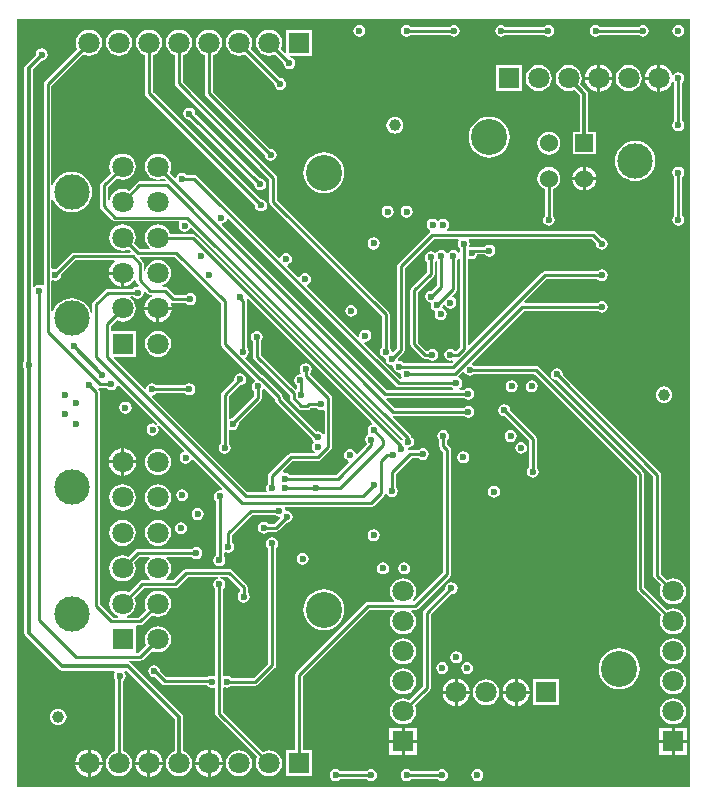
<source format=gbl>
G04*
G04 #@! TF.GenerationSoftware,Altium Limited,Altium Designer,20.2.6 (244)*
G04*
G04 Layer_Physical_Order=4*
G04 Layer_Color=16711680*
%FSLAX44Y44*%
%MOMM*%
G71*
G04*
G04 #@! TF.SameCoordinates,D8BAA703-6470-441F-A09B-1F1B88CACBC1*
G04*
G04*
G04 #@! TF.FilePolarity,Positive*
G04*
G01*
G75*
%ADD13C,0.2500*%
%ADD15C,0.3000*%
%ADD30C,1.0000*%
%ADD54C,1.8000*%
%ADD55R,1.8000X1.8000*%
%ADD56R,1.8000X1.8000*%
%ADD57C,3.0480*%
%ADD58C,3.0000*%
%ADD59R,1.5300X1.5300*%
%ADD60C,1.5300*%
%ADD61C,0.6000*%
G36*
X570000Y0D02*
X0D01*
Y650000D01*
X570000D01*
Y0D01*
D02*
G37*
%LPC*%
G36*
X530000Y645098D02*
X528049Y644710D01*
X526395Y643605D01*
X526201Y643314D01*
X493799D01*
X493605Y643605D01*
X491951Y644710D01*
X490000Y645098D01*
X488049Y644710D01*
X486395Y643605D01*
X485290Y641951D01*
X484902Y640000D01*
X485290Y638049D01*
X486395Y636395D01*
X488049Y635290D01*
X490000Y634902D01*
X491951Y635290D01*
X493605Y636395D01*
X493799Y636686D01*
X526201D01*
X526395Y636395D01*
X528049Y635290D01*
X530000Y634902D01*
X531951Y635290D01*
X533605Y636395D01*
X534710Y638049D01*
X535098Y640000D01*
X534710Y641951D01*
X533605Y643605D01*
X531951Y644710D01*
X530000Y645098D01*
D02*
G37*
G36*
X450000D02*
X448049Y644710D01*
X446395Y643605D01*
X446201Y643314D01*
X413799D01*
X413605Y643605D01*
X411951Y644710D01*
X410000Y645098D01*
X408049Y644710D01*
X406395Y643605D01*
X405290Y641951D01*
X404902Y640000D01*
X405290Y638049D01*
X406395Y636395D01*
X408049Y635290D01*
X410000Y634902D01*
X411951Y635290D01*
X413605Y636395D01*
X413799Y636686D01*
X446201D01*
X446395Y636395D01*
X448049Y635290D01*
X450000Y634902D01*
X451951Y635290D01*
X453605Y636395D01*
X454710Y638049D01*
X455098Y640000D01*
X454710Y641951D01*
X453605Y643605D01*
X451951Y644710D01*
X450000Y645098D01*
D02*
G37*
G36*
X370000D02*
X368049Y644710D01*
X366395Y643605D01*
X366201Y643314D01*
X333799D01*
X333605Y643605D01*
X331951Y644710D01*
X330000Y645098D01*
X328049Y644710D01*
X326395Y643605D01*
X325290Y641951D01*
X324902Y640000D01*
X325290Y638049D01*
X326395Y636395D01*
X328049Y635290D01*
X330000Y634902D01*
X331951Y635290D01*
X333605Y636395D01*
X333799Y636686D01*
X366201D01*
X366395Y636395D01*
X368049Y635290D01*
X370000Y634902D01*
X371951Y635290D01*
X373605Y636395D01*
X374710Y638049D01*
X375098Y640000D01*
X374710Y641951D01*
X373605Y643605D01*
X371951Y644710D01*
X370000Y645098D01*
D02*
G37*
G36*
X560000D02*
X558049Y644710D01*
X556395Y643605D01*
X555290Y641951D01*
X554902Y640000D01*
X555290Y638049D01*
X556395Y636395D01*
X558049Y635290D01*
X560000Y634902D01*
X561951Y635290D01*
X563605Y636395D01*
X564710Y638049D01*
X565098Y640000D01*
X564710Y641951D01*
X563605Y643605D01*
X561951Y644710D01*
X560000Y645098D01*
D02*
G37*
G36*
X290000D02*
X288049Y644710D01*
X286395Y643605D01*
X285290Y641951D01*
X284902Y640000D01*
X285290Y638049D01*
X286395Y636395D01*
X288049Y635290D01*
X290000Y634902D01*
X291951Y635290D01*
X293605Y636395D01*
X294710Y638049D01*
X295098Y640000D01*
X294710Y641951D01*
X293605Y643605D01*
X291951Y644710D01*
X290000Y645098D01*
D02*
G37*
G36*
X86497Y641095D02*
X83625Y640717D01*
X80949Y639608D01*
X78651Y637845D01*
X76888Y635547D01*
X75780Y632872D01*
X75402Y630000D01*
X75780Y627128D01*
X76888Y624453D01*
X78651Y622155D01*
X80949Y620392D01*
X83625Y619283D01*
X86497Y618905D01*
X89368Y619283D01*
X92044Y620392D01*
X94342Y622155D01*
X96105Y624453D01*
X97213Y627128D01*
X97591Y630000D01*
X97213Y632872D01*
X96105Y635547D01*
X94342Y637845D01*
X92044Y639608D01*
X89368Y640717D01*
X86497Y641095D01*
D02*
G37*
G36*
X137295Y641096D02*
X134424Y640718D01*
X131748Y639609D01*
X129450Y637846D01*
X127687Y635548D01*
X126579Y632872D01*
X126201Y630001D01*
X126579Y627129D01*
X127687Y624453D01*
X129450Y622156D01*
X131748Y620392D01*
X133846Y619523D01*
Y595630D01*
X134099Y594362D01*
X134817Y593287D01*
X213686Y514417D01*
Y495420D01*
X213939Y494152D01*
X214657Y493077D01*
X309106Y398627D01*
Y372099D01*
X308815Y371905D01*
X307710Y370251D01*
X307322Y368300D01*
X307710Y366349D01*
X308815Y364695D01*
X310469Y363590D01*
X311397Y363406D01*
X312413Y362004D01*
X312402Y361950D01*
X312790Y359999D01*
X313895Y358345D01*
X315549Y357240D01*
X317500Y356852D01*
X317942Y356940D01*
X318840Y356042D01*
X318752Y355600D01*
X319140Y353649D01*
X320245Y351995D01*
X321899Y350890D01*
X323850Y350502D01*
X324292Y350590D01*
X325190Y349692D01*
X325102Y349250D01*
X325490Y347299D01*
X325938Y346629D01*
X325329Y345395D01*
X324392Y345294D01*
X293850Y375836D01*
X294476Y377006D01*
X295000Y376902D01*
X296951Y377290D01*
X298605Y378395D01*
X299710Y380049D01*
X300098Y382000D01*
X299710Y383951D01*
X298605Y385605D01*
X296951Y386710D01*
X295000Y387098D01*
X293049Y386710D01*
X291395Y385605D01*
X290290Y383951D01*
X289902Y382000D01*
X290006Y381476D01*
X288836Y380850D01*
X245589Y424097D01*
X245775Y424711D01*
X246096Y425387D01*
X247605Y426395D01*
X248710Y428049D01*
X249098Y430000D01*
X248710Y431951D01*
X247605Y433605D01*
X245951Y434710D01*
X244000Y435098D01*
X242049Y434710D01*
X240395Y433605D01*
X239387Y432096D01*
X238711Y431775D01*
X238097Y431589D01*
X228900Y440786D01*
X229318Y442164D01*
X229951Y442290D01*
X231605Y443395D01*
X232710Y445049D01*
X233098Y447000D01*
X232710Y448951D01*
X231605Y450605D01*
X229951Y451710D01*
X228000Y452098D01*
X226049Y451710D01*
X224395Y450605D01*
X223290Y448951D01*
X223164Y448318D01*
X221786Y447900D01*
X152343Y517343D01*
X151268Y518061D01*
X150000Y518314D01*
X143799D01*
X143605Y518605D01*
X141951Y519710D01*
X140000Y520098D01*
X138049Y519710D01*
X136395Y518605D01*
X135290Y516951D01*
X135081Y515901D01*
X133703Y515483D01*
X129292Y519895D01*
X130217Y522128D01*
X130595Y525000D01*
X130217Y527872D01*
X129108Y530547D01*
X127345Y532845D01*
X125048Y534608D01*
X122372Y535717D01*
X119500Y536095D01*
X116628Y535717D01*
X113953Y534608D01*
X111655Y532845D01*
X109892Y530547D01*
X108783Y527872D01*
X108405Y525000D01*
X108783Y522128D01*
X109892Y519453D01*
X111655Y517155D01*
X113953Y515392D01*
X116628Y514283D01*
X119500Y513905D01*
X122372Y514283D01*
X124605Y515208D01*
X125960Y513854D01*
X125434Y512584D01*
X103770D01*
X102502Y512331D01*
X101427Y511613D01*
X94605Y504792D01*
X92372Y505717D01*
X89500Y506095D01*
X86629Y505717D01*
X83953Y504608D01*
X81655Y502845D01*
X79892Y500547D01*
X78783Y497872D01*
X78405Y495000D01*
X78535Y494012D01*
X77351Y493280D01*
X76974Y493536D01*
Y507787D01*
X84395Y515208D01*
X86629Y514283D01*
X89500Y513905D01*
X92372Y514283D01*
X95048Y515392D01*
X97345Y517155D01*
X99108Y519453D01*
X100217Y522128D01*
X100595Y525000D01*
X100217Y527872D01*
X99108Y530547D01*
X97345Y532845D01*
X95048Y534608D01*
X92372Y535717D01*
X89500Y536095D01*
X86629Y535717D01*
X83953Y534608D01*
X81655Y532845D01*
X79892Y530547D01*
X78783Y527872D01*
X78405Y525000D01*
X78783Y522128D01*
X79708Y519895D01*
X71317Y511503D01*
X70599Y510428D01*
X70346Y509160D01*
Y491490D01*
X70599Y490222D01*
X71317Y489147D01*
X80807Y479657D01*
X81882Y478939D01*
X83150Y478686D01*
X136922D01*
X137601Y477416D01*
X137290Y476951D01*
X136902Y475000D01*
X137290Y473049D01*
X138395Y471395D01*
X140049Y470290D01*
X142000Y469902D01*
X143951Y470290D01*
X145605Y471395D01*
X146657Y472970D01*
X146874Y473162D01*
X147939Y473485D01*
X326611Y294813D01*
X326281Y293845D01*
X325013Y293512D01*
X151182Y467343D01*
X150107Y468061D01*
X148839Y468314D01*
X130034D01*
X129108Y470547D01*
X127345Y472845D01*
X125048Y474608D01*
X122372Y475717D01*
X119500Y476095D01*
X116628Y475717D01*
X113953Y474608D01*
X111655Y472845D01*
X109892Y470547D01*
X108783Y467872D01*
X108405Y465000D01*
X108783Y462128D01*
X109892Y459453D01*
X111655Y457155D01*
X112399Y456584D01*
X111968Y455314D01*
X103873D01*
X99292Y459895D01*
X100217Y462128D01*
X100595Y465000D01*
X100217Y467872D01*
X99108Y470547D01*
X97345Y472845D01*
X95048Y474608D01*
X92372Y475717D01*
X89500Y476095D01*
X86629Y475717D01*
X83953Y474608D01*
X81655Y472845D01*
X79892Y470547D01*
X78783Y467872D01*
X78405Y465000D01*
X78783Y462128D01*
X79892Y459453D01*
X81655Y457155D01*
X83953Y455392D01*
X86629Y454283D01*
X89500Y453905D01*
X92372Y454283D01*
X94605Y455208D01*
X96327Y453487D01*
X95841Y452314D01*
X48000D01*
X46732Y452061D01*
X45657Y451343D01*
X32843Y438530D01*
X32500Y438598D01*
X30584Y438217D01*
X30355Y438180D01*
X29314Y438903D01*
Y497218D01*
X30584Y497406D01*
X30718Y496963D01*
X32297Y494010D01*
X34421Y491421D01*
X37010Y489297D01*
X39963Y487718D01*
X43168Y486746D01*
X46500Y486418D01*
X49833Y486746D01*
X53037Y487718D01*
X55990Y489297D01*
X58579Y491421D01*
X60703Y494010D01*
X62282Y496963D01*
X63254Y500167D01*
X63582Y503500D01*
X63254Y506833D01*
X62282Y510037D01*
X60703Y512990D01*
X58579Y515579D01*
X55990Y517703D01*
X53037Y519282D01*
X49833Y520254D01*
X46500Y520582D01*
X43168Y520254D01*
X39963Y519282D01*
X37010Y517703D01*
X34421Y515579D01*
X32297Y512990D01*
X30718Y510037D01*
X30584Y509594D01*
X29314Y509782D01*
Y593531D01*
X55991Y620208D01*
X58225Y619283D01*
X61097Y618905D01*
X63968Y619283D01*
X66644Y620392D01*
X68942Y622155D01*
X70705Y624453D01*
X71814Y627128D01*
X72192Y630000D01*
X71814Y632872D01*
X70705Y635547D01*
X68942Y637845D01*
X66644Y639608D01*
X63968Y640717D01*
X61097Y641095D01*
X58225Y640717D01*
X55549Y639608D01*
X53251Y637845D01*
X51488Y635547D01*
X50380Y632872D01*
X50002Y630000D01*
X50380Y627128D01*
X51305Y624895D01*
X23657Y597247D01*
X22939Y596171D01*
X22686Y594903D01*
Y425078D01*
X21416Y424399D01*
X20951Y424710D01*
X19000Y425098D01*
X17049Y424710D01*
X15395Y423605D01*
X14839Y422772D01*
X13569Y423157D01*
Y607522D01*
X20957Y614911D01*
X21000Y614902D01*
X22951Y615290D01*
X24605Y616395D01*
X25710Y618049D01*
X26098Y620000D01*
X25710Y621951D01*
X24605Y623605D01*
X22951Y624710D01*
X21000Y625098D01*
X19049Y624710D01*
X17395Y623605D01*
X16290Y621951D01*
X15902Y620000D01*
X15911Y619957D01*
X7477Y611523D01*
X6703Y610366D01*
X6431Y609000D01*
Y360629D01*
X6395Y360605D01*
X5290Y358951D01*
X4902Y357000D01*
X5290Y355049D01*
X6395Y353395D01*
X6431Y353371D01*
Y130000D01*
X6703Y128634D01*
X7477Y127477D01*
X35477Y99477D01*
X36634Y98703D01*
X38000Y98431D01*
X82520D01*
X83099Y97161D01*
X82290Y95951D01*
X81902Y94000D01*
X82290Y92049D01*
X83183Y90713D01*
Y30534D01*
X80949Y29609D01*
X78651Y27845D01*
X76888Y25547D01*
X75780Y22872D01*
X75402Y20000D01*
X75780Y17128D01*
X76888Y14453D01*
X78651Y12155D01*
X80949Y10391D01*
X83625Y9283D01*
X86497Y8905D01*
X89368Y9283D01*
X92044Y10391D01*
X94342Y12155D01*
X96105Y14453D01*
X97213Y17128D01*
X97591Y20000D01*
X97213Y22872D01*
X96105Y25547D01*
X94342Y27845D01*
X92044Y29609D01*
X89810Y30534D01*
Y89864D01*
X90605Y90395D01*
X91710Y92049D01*
X92098Y94000D01*
X91710Y95951D01*
X90967Y97062D01*
X91485Y98183D01*
X92649Y98304D01*
X133727Y57226D01*
Y30429D01*
X131748Y29609D01*
X129450Y27846D01*
X127687Y25548D01*
X126579Y22872D01*
X126201Y20001D01*
X126579Y17129D01*
X127687Y14453D01*
X129450Y12156D01*
X131748Y10392D01*
X134424Y9284D01*
X137295Y8906D01*
X140167Y9284D01*
X142843Y10392D01*
X145141Y12156D01*
X146904Y14453D01*
X148012Y17129D01*
X148390Y20001D01*
X148012Y22872D01*
X146904Y25548D01*
X145141Y27846D01*
X142843Y29609D01*
X140864Y30429D01*
Y58705D01*
X140592Y60070D01*
X139819Y61228D01*
X96523Y104523D01*
X95366Y105297D01*
X94765Y105416D01*
X94890Y106686D01*
X104501D01*
X105769Y106939D01*
X106844Y107657D01*
X114395Y115208D01*
X116629Y114283D01*
X119501Y113905D01*
X122372Y114283D01*
X125048Y115392D01*
X127346Y117155D01*
X129109Y119453D01*
X130217Y122128D01*
X130596Y125000D01*
X130217Y127872D01*
X129109Y130547D01*
X127346Y132845D01*
X125048Y134608D01*
X122372Y135717D01*
X119501Y136095D01*
X116629Y135717D01*
X113953Y134608D01*
X111655Y132845D01*
X109892Y130547D01*
X108784Y127872D01*
X108406Y125000D01*
X108784Y122128D01*
X109709Y119895D01*
X103128Y113314D01*
X101486D01*
X100501Y114000D01*
X100501Y114584D01*
Y135416D01*
X100501Y136000D01*
X101486Y136686D01*
X104501D01*
X105769Y136939D01*
X106844Y137657D01*
X114395Y145208D01*
X116629Y144283D01*
X119501Y143905D01*
X122372Y144283D01*
X125048Y145392D01*
X127346Y147155D01*
X129109Y149453D01*
X130217Y152128D01*
X130596Y155000D01*
X130217Y157872D01*
X129109Y160548D01*
X127346Y162845D01*
X125048Y164608D01*
X122372Y165717D01*
X119501Y166095D01*
X116629Y165717D01*
X113953Y164608D01*
X111655Y162845D01*
X109892Y160548D01*
X108784Y157872D01*
X108406Y155000D01*
X108784Y152128D01*
X109709Y149895D01*
X103128Y143314D01*
X93350D01*
X93098Y144584D01*
X95048Y145392D01*
X97346Y147155D01*
X99109Y149453D01*
X100217Y152128D01*
X100596Y155000D01*
X100217Y157872D01*
X99292Y160105D01*
X107323Y168136D01*
X134000D01*
X135268Y168389D01*
X136343Y169107D01*
X144923Y177686D01*
X170663D01*
X170788Y176416D01*
X169499Y176160D01*
X167845Y175055D01*
X166740Y173401D01*
X166352Y171450D01*
X166740Y169499D01*
X167845Y167845D01*
X168136Y167651D01*
Y94265D01*
X167145Y93735D01*
X166866Y93727D01*
X165000Y94098D01*
X163049Y93710D01*
X161395Y92605D01*
X161368Y92564D01*
X126623D01*
X121357Y97830D01*
X121369Y97890D01*
X120981Y99841D01*
X119876Y101495D01*
X118222Y102600D01*
X116271Y102988D01*
X114320Y102600D01*
X112666Y101495D01*
X111561Y99841D01*
X111173Y97890D01*
X111561Y95939D01*
X112666Y94285D01*
X114320Y93180D01*
X116271Y92792D01*
X116897Y92917D01*
X122907Y86907D01*
X123982Y86189D01*
X125250Y85937D01*
X161033D01*
X161395Y85395D01*
X163049Y84290D01*
X165000Y83902D01*
X166866Y84273D01*
X167145Y84265D01*
X168136Y83735D01*
Y62046D01*
X168389Y60778D01*
X169107Y59703D01*
X203706Y25104D01*
X202780Y22871D01*
X202402Y19999D01*
X202780Y17128D01*
X203889Y14452D01*
X205652Y12154D01*
X207950Y10391D01*
X210625Y9282D01*
X213497Y8904D01*
X216369Y9282D01*
X219044Y10391D01*
X221342Y12154D01*
X223106Y14452D01*
X224214Y17128D01*
X224592Y19999D01*
X224214Y22871D01*
X223106Y25547D01*
X221342Y27845D01*
X219044Y29608D01*
X216369Y30716D01*
X213497Y31094D01*
X210625Y30716D01*
X208392Y29791D01*
X174764Y63419D01*
Y83802D01*
X175884Y84401D01*
X176049Y84290D01*
X178000Y83902D01*
X179951Y84290D01*
X181605Y85395D01*
X181799Y85686D01*
X202000D01*
X203268Y85939D01*
X204343Y86657D01*
X218343Y100657D01*
X219061Y101732D01*
X219314Y103000D01*
Y202201D01*
X219605Y202395D01*
X220710Y204049D01*
X221098Y206000D01*
X220710Y207951D01*
X219605Y209605D01*
X217951Y210710D01*
X216000Y211098D01*
X214049Y210710D01*
X212395Y209605D01*
X211290Y207951D01*
X210902Y206000D01*
X211290Y204049D01*
X212395Y202395D01*
X212686Y202201D01*
Y104373D01*
X200627Y92314D01*
X181799D01*
X181605Y92605D01*
X179951Y93710D01*
X178000Y94098D01*
X176049Y93710D01*
X175884Y93599D01*
X174764Y94198D01*
Y167651D01*
X175055Y167845D01*
X176160Y169499D01*
X176548Y171450D01*
X176160Y173401D01*
X175055Y175055D01*
X173401Y176160D01*
X172112Y176416D01*
X172237Y177686D01*
X178627D01*
X188686Y167627D01*
Y164799D01*
X188395Y164605D01*
X187290Y162951D01*
X186902Y161000D01*
X187290Y159049D01*
X188395Y157395D01*
X190049Y156290D01*
X192000Y155902D01*
X193951Y156290D01*
X195605Y157395D01*
X196710Y159049D01*
X197098Y161000D01*
X196710Y162951D01*
X195605Y164605D01*
X195314Y164799D01*
Y169000D01*
X195061Y170268D01*
X194343Y171343D01*
X182343Y183343D01*
X181268Y184061D01*
X180000Y184314D01*
X143550D01*
X142282Y184061D01*
X141207Y183343D01*
X132627Y174764D01*
X126316D01*
X125885Y176034D01*
X127346Y177155D01*
X129109Y179453D01*
X130217Y182128D01*
X130596Y185000D01*
X130217Y187872D01*
X129109Y190547D01*
X127346Y192845D01*
X126602Y193416D01*
X127033Y194686D01*
X148201D01*
X148395Y194395D01*
X150049Y193290D01*
X152000Y192902D01*
X153951Y193290D01*
X155605Y194395D01*
X156710Y196049D01*
X157098Y198000D01*
X156710Y199951D01*
X155605Y201605D01*
X153951Y202710D01*
X152000Y203098D01*
X150049Y202710D01*
X148395Y201605D01*
X148201Y201314D01*
X102501D01*
X101233Y201061D01*
X100157Y200343D01*
X94606Y194792D01*
X92372Y195717D01*
X89501Y196095D01*
X86629Y195717D01*
X83953Y194608D01*
X81655Y192845D01*
X79892Y190547D01*
X78784Y187872D01*
X78406Y185000D01*
X78784Y182128D01*
X79892Y179453D01*
X81655Y177155D01*
X83953Y175392D01*
X86629Y174283D01*
X89501Y173905D01*
X92372Y174283D01*
X95048Y175392D01*
X97346Y177155D01*
X99109Y179453D01*
X100217Y182128D01*
X100596Y185000D01*
X100217Y187872D01*
X99292Y190105D01*
X103873Y194686D01*
X111968D01*
X112400Y193416D01*
X111655Y192845D01*
X109892Y190547D01*
X108784Y187872D01*
X108406Y185000D01*
X108784Y182128D01*
X109892Y179453D01*
X111655Y177155D01*
X113116Y176034D01*
X112685Y174764D01*
X105951D01*
X104683Y174511D01*
X103608Y173793D01*
X94606Y164792D01*
X92372Y165717D01*
X89501Y166095D01*
X86629Y165717D01*
X83953Y164608D01*
X81655Y162845D01*
X79892Y160548D01*
X78784Y157872D01*
X78406Y155000D01*
X78784Y152128D01*
X79892Y149453D01*
X81655Y147155D01*
X83953Y145392D01*
X85904Y144584D01*
X85651Y143314D01*
X81372D01*
X70314Y154373D01*
Y334000D01*
X70061Y335268D01*
X69343Y336343D01*
X69120Y336567D01*
X69745Y337737D01*
X70000Y337686D01*
X76201D01*
X76395Y337395D01*
X78049Y336290D01*
X80000Y335902D01*
X81951Y336290D01*
X83605Y337395D01*
X84710Y339049D01*
X84836Y339682D01*
X86214Y340100D01*
X118834Y307480D01*
X118024Y306494D01*
X116951Y307211D01*
X115000Y307599D01*
X113049Y307211D01*
X111395Y306106D01*
X110290Y304452D01*
X109902Y302501D01*
X110290Y300550D01*
X111395Y298896D01*
X113049Y297791D01*
X115000Y297403D01*
X116951Y297791D01*
X118605Y298896D01*
X119710Y300550D01*
X120098Y302501D01*
X119710Y304452D01*
X118993Y305525D01*
X119979Y306334D01*
X141635Y284678D01*
X141267Y283463D01*
X140999Y283410D01*
X139345Y282305D01*
X138240Y280651D01*
X137852Y278700D01*
X138240Y276749D01*
X139345Y275095D01*
X140999Y273990D01*
X142950Y273602D01*
X144901Y273990D01*
X146555Y275095D01*
X147660Y276749D01*
X147713Y277017D01*
X148928Y277385D01*
X173984Y252330D01*
X173952Y252005D01*
X172576Y250983D01*
X172000Y251098D01*
X170049Y250710D01*
X168395Y249605D01*
X167290Y247951D01*
X166902Y246000D01*
X167290Y244049D01*
X168395Y242395D01*
X168686Y242201D01*
Y195937D01*
X167845Y195375D01*
X166740Y193721D01*
X166352Y191770D01*
X166740Y189819D01*
X167845Y188165D01*
X169499Y187060D01*
X171450Y186672D01*
X173401Y187060D01*
X175055Y188165D01*
X176160Y189819D01*
X176548Y191770D01*
X176160Y193721D01*
X175314Y194987D01*
Y198169D01*
X176584Y198848D01*
X177119Y198490D01*
X179070Y198102D01*
X181021Y198490D01*
X182675Y199595D01*
X183780Y201249D01*
X184168Y203200D01*
X183780Y205151D01*
X182675Y206805D01*
X182384Y206999D01*
Y213258D01*
X199493Y230366D01*
X218451D01*
X218645Y230075D01*
X220299Y228970D01*
X222125Y228607D01*
X222406Y228153D01*
X222688Y227374D01*
X217992Y222679D01*
X213004D01*
X212810Y222970D01*
X211156Y224075D01*
X209205Y224463D01*
X207254Y224075D01*
X205600Y222970D01*
X204495Y221316D01*
X204107Y219365D01*
X204495Y217414D01*
X205600Y215760D01*
X207254Y214655D01*
X209205Y214267D01*
X211156Y214655D01*
X212810Y215760D01*
X213004Y216051D01*
X219365D01*
X220633Y216304D01*
X221708Y217022D01*
X228257Y223570D01*
X228600Y223502D01*
X230551Y223890D01*
X232205Y224995D01*
X233310Y226649D01*
X233698Y228600D01*
X233310Y230551D01*
X232205Y232205D01*
X230551Y233310D01*
X228600Y233698D01*
X228546Y233687D01*
X227144Y234703D01*
X226997Y235446D01*
X227442Y236533D01*
X227540Y236716D01*
X299720D01*
X300988Y236969D01*
X302063Y237687D01*
X310953Y246577D01*
X311671Y247652D01*
X311691Y247750D01*
X313016Y247901D01*
X313895Y246585D01*
X315549Y245480D01*
X317500Y245092D01*
X319451Y245480D01*
X321105Y246585D01*
X322210Y248239D01*
X322598Y250190D01*
X322210Y252141D01*
X321105Y253795D01*
X320814Y253989D01*
Y265128D01*
X334313Y278626D01*
X339816D01*
X340140Y278141D01*
X341794Y277036D01*
X343745Y276648D01*
X345696Y277036D01*
X347350Y278141D01*
X348455Y279795D01*
X348843Y281746D01*
X348455Y283696D01*
X347350Y285350D01*
X345696Y286455D01*
X343745Y286844D01*
X341794Y286455D01*
X340140Y285350D01*
X340076Y285254D01*
X332940D01*
X332132Y285093D01*
X331024Y285763D01*
X330843Y285975D01*
X330775Y286684D01*
X330969Y286877D01*
X331340Y287020D01*
X333201Y287390D01*
X334855Y288495D01*
X335960Y290149D01*
X336348Y292100D01*
X335960Y294051D01*
X334855Y295705D01*
X334086Y296218D01*
X334053Y296387D01*
X333335Y297461D01*
X317690Y313106D01*
X318316Y314277D01*
X318770Y314186D01*
X378471D01*
X378665Y313895D01*
X380319Y312790D01*
X382270Y312402D01*
X384221Y312790D01*
X385875Y313895D01*
X386980Y315549D01*
X387368Y317500D01*
X386980Y319451D01*
X385875Y321105D01*
X384221Y322210D01*
X382270Y322598D01*
X380319Y322210D01*
X378665Y321105D01*
X378471Y320814D01*
X320143D01*
X312800Y328156D01*
X313326Y329426D01*
X378471D01*
X378665Y329135D01*
X380319Y328030D01*
X382270Y327642D01*
X384221Y328030D01*
X385875Y329135D01*
X386980Y330789D01*
X387368Y332740D01*
X386980Y334691D01*
X385875Y336345D01*
X384221Y337450D01*
X382270Y337838D01*
X380319Y337450D01*
X378665Y336345D01*
X378471Y336054D01*
X375050D01*
X374665Y337324D01*
X375715Y338025D01*
X376820Y339679D01*
X377208Y341630D01*
X376820Y343581D01*
X375715Y345235D01*
X374272Y346199D01*
X373985Y347146D01*
X373936Y347660D01*
X377593Y351316D01*
X378971Y350899D01*
X379935Y349455D01*
X381589Y348350D01*
X383540Y347962D01*
X385491Y348350D01*
X387145Y349455D01*
X387339Y349746D01*
X438047D01*
X524686Y263107D01*
Y167700D01*
X524939Y166432D01*
X525657Y165357D01*
X545808Y145207D01*
X544882Y142973D01*
X544504Y140101D01*
X544882Y137230D01*
X545991Y134554D01*
X547754Y132256D01*
X550052Y130493D01*
X552728Y129384D01*
X555599Y129006D01*
X558471Y129384D01*
X561147Y130493D01*
X563444Y132256D01*
X565208Y134554D01*
X566316Y137230D01*
X566694Y140101D01*
X566316Y142973D01*
X565208Y145649D01*
X563444Y147947D01*
X561147Y149710D01*
X558471Y150818D01*
X555599Y151196D01*
X552728Y150818D01*
X550494Y149893D01*
X531314Y169073D01*
Y264480D01*
X531061Y265748D01*
X530343Y266823D01*
X441763Y355403D01*
X440688Y356121D01*
X439420Y356374D01*
X387339D01*
X387145Y356665D01*
X385701Y357629D01*
X385284Y359007D01*
X429363Y403086D01*
X491501D01*
X491695Y402795D01*
X493349Y401690D01*
X495300Y401302D01*
X497251Y401690D01*
X498905Y402795D01*
X500010Y404449D01*
X500398Y406400D01*
X500010Y408351D01*
X498905Y410005D01*
X497251Y411110D01*
X495300Y411498D01*
X493349Y411110D01*
X491695Y410005D01*
X491501Y409714D01*
X430029D01*
X429543Y410887D01*
X448413Y429756D01*
X491501D01*
X491695Y429465D01*
X493349Y428360D01*
X495300Y427972D01*
X497251Y428360D01*
X498905Y429465D01*
X500010Y431119D01*
X500398Y433070D01*
X500010Y435021D01*
X498905Y436675D01*
X497251Y437780D01*
X495300Y438168D01*
X493349Y437780D01*
X491695Y436675D01*
X491501Y436384D01*
X447040D01*
X445772Y436131D01*
X444697Y435413D01*
X382947Y373663D01*
X381774Y374149D01*
Y446795D01*
X382894Y447394D01*
X383049Y447290D01*
X385000Y446902D01*
X386951Y447290D01*
X388605Y448395D01*
X389710Y450049D01*
X389837Y450686D01*
X396201D01*
X396395Y450395D01*
X398049Y449290D01*
X400000Y448902D01*
X401951Y449290D01*
X403605Y450395D01*
X404710Y452049D01*
X405098Y454000D01*
X404710Y455951D01*
X403605Y457605D01*
X401951Y458710D01*
X400000Y459098D01*
X398049Y458710D01*
X396395Y457605D01*
X396201Y457314D01*
X387677D01*
X386408Y457061D01*
X386127Y456874D01*
X385000Y457098D01*
X384118Y456923D01*
X383727Y457280D01*
X383220Y458039D01*
X383558Y459740D01*
X383170Y461691D01*
X382445Y462776D01*
X383124Y464046D01*
X486307D01*
X490270Y460083D01*
X490202Y459740D01*
X490590Y457789D01*
X491695Y456135D01*
X493349Y455030D01*
X495300Y454642D01*
X497251Y455030D01*
X498905Y456135D01*
X500010Y457789D01*
X500398Y459740D01*
X500010Y461691D01*
X498905Y463345D01*
X497251Y464450D01*
X495300Y464838D01*
X494957Y464770D01*
X490023Y469703D01*
X488948Y470421D01*
X487680Y470674D01*
X364314D01*
X363929Y471944D01*
X364605Y472395D01*
X365710Y474049D01*
X366098Y476000D01*
X365710Y477951D01*
X364605Y479605D01*
X362951Y480710D01*
X361000Y481098D01*
X359049Y480710D01*
X357395Y479605D01*
X357135Y479215D01*
X355865D01*
X355605Y479605D01*
X353951Y480710D01*
X352000Y481098D01*
X350049Y480710D01*
X348395Y479605D01*
X347290Y477951D01*
X346902Y476000D01*
X347290Y474049D01*
X348395Y472395D01*
X349793Y471461D01*
X349968Y470478D01*
X349922Y470020D01*
X349447Y469703D01*
X322777Y443033D01*
X322059Y441958D01*
X321806Y440690D01*
Y370942D01*
X318726Y367862D01*
X317947Y368144D01*
X317493Y368425D01*
X317130Y370251D01*
X316025Y371905D01*
X315734Y372099D01*
Y400000D01*
X315481Y401268D01*
X314763Y402343D01*
X220314Y496792D01*
Y515790D01*
X220061Y517058D01*
X219343Y518133D01*
X140474Y597002D01*
Y619411D01*
X142843Y620392D01*
X145141Y622156D01*
X146904Y624453D01*
X148012Y627129D01*
X148390Y630001D01*
X148012Y632872D01*
X146904Y635548D01*
X145141Y637846D01*
X142843Y639609D01*
X140167Y640718D01*
X137295Y641096D01*
D02*
G37*
G36*
X213497Y641094D02*
X210625Y640716D01*
X207950Y639608D01*
X205652Y637845D01*
X203889Y635547D01*
X202780Y632871D01*
X202402Y629999D01*
X202780Y627128D01*
X203889Y624452D01*
X205652Y622154D01*
X207950Y620391D01*
X210625Y619282D01*
X213497Y618904D01*
X216369Y619282D01*
X218602Y620208D01*
X225718Y613092D01*
X225650Y612748D01*
X226038Y610797D01*
X227143Y609143D01*
X228797Y608038D01*
X230748Y607650D01*
X232699Y608038D01*
X234353Y609143D01*
X235458Y610797D01*
X235846Y612748D01*
X235458Y614699D01*
X234353Y616353D01*
X232699Y617458D01*
X231336Y617729D01*
X231461Y618999D01*
X249897D01*
Y640999D01*
X227897D01*
Y621945D01*
X226724Y621459D01*
X223289Y624894D01*
X224214Y627128D01*
X224592Y629999D01*
X224214Y632871D01*
X223106Y635547D01*
X221342Y637845D01*
X219044Y639608D01*
X216369Y640716D01*
X213497Y641094D01*
D02*
G37*
G36*
X493970Y611473D02*
Y601271D01*
X504172D01*
X503943Y603013D01*
X502780Y605821D01*
X500930Y608231D01*
X498519Y610081D01*
X495712Y611244D01*
X493970Y611473D01*
D02*
G37*
G36*
X491430D02*
X489687Y611244D01*
X486880Y610081D01*
X484469Y608231D01*
X482620Y605821D01*
X481457Y603013D01*
X481227Y601271D01*
X491430D01*
Y611473D01*
D02*
G37*
G36*
X542230Y611472D02*
X540488Y611243D01*
X537681Y610080D01*
X535270Y608230D01*
X533420Y605820D01*
X532257Y603013D01*
X532028Y601270D01*
X542230D01*
Y611472D01*
D02*
G37*
G36*
X188097Y641094D02*
X185226Y640716D01*
X182550Y639608D01*
X180252Y637845D01*
X178489Y635547D01*
X177380Y632871D01*
X177002Y629999D01*
X177380Y627128D01*
X178489Y624452D01*
X180252Y622154D01*
X182550Y620391D01*
X185226Y619282D01*
X188097Y618904D01*
X190969Y619282D01*
X193202Y620208D01*
X217986Y595424D01*
X217902Y595000D01*
X218290Y593049D01*
X219395Y591395D01*
X221049Y590290D01*
X223000Y589902D01*
X224951Y590290D01*
X226605Y591395D01*
X227710Y593049D01*
X228098Y595000D01*
X227710Y596951D01*
X226605Y598605D01*
X224951Y599710D01*
X223000Y600098D01*
X222737Y600046D01*
X197889Y624894D01*
X198814Y627128D01*
X199192Y629999D01*
X198814Y632871D01*
X197705Y635547D01*
X195942Y637845D01*
X193645Y639608D01*
X190969Y640716D01*
X188097Y641094D01*
D02*
G37*
G36*
X427500Y611001D02*
X405500D01*
Y589001D01*
X427500D01*
Y611001D01*
D02*
G37*
G36*
X441900Y611096D02*
X439028Y610718D01*
X436352Y609609D01*
X434054Y607846D01*
X432291Y605548D01*
X431183Y602872D01*
X430805Y600001D01*
X431183Y597129D01*
X432291Y594453D01*
X434054Y592155D01*
X436352Y590392D01*
X439028Y589284D01*
X441900Y588906D01*
X444771Y589284D01*
X447447Y590392D01*
X449745Y592155D01*
X451508Y594453D01*
X452616Y597129D01*
X452994Y600001D01*
X452616Y602872D01*
X451508Y605548D01*
X449745Y607846D01*
X447447Y609609D01*
X444771Y610718D01*
X441900Y611096D01*
D02*
G37*
G36*
X518101Y611094D02*
X515230Y610716D01*
X512554Y609608D01*
X510256Y607845D01*
X508493Y605547D01*
X507384Y602871D01*
X507006Y599999D01*
X507384Y597128D01*
X508493Y594452D01*
X510256Y592154D01*
X512554Y590391D01*
X515230Y589282D01*
X518101Y588904D01*
X520973Y589282D01*
X523649Y590391D01*
X525947Y592154D01*
X527710Y594452D01*
X528818Y597128D01*
X529196Y599999D01*
X528818Y602871D01*
X527710Y605547D01*
X525947Y607845D01*
X523649Y609608D01*
X520973Y610716D01*
X518101Y611094D01*
D02*
G37*
G36*
X504172Y598731D02*
X493970D01*
Y588528D01*
X495712Y588758D01*
X498519Y589921D01*
X500930Y591770D01*
X502780Y594181D01*
X503943Y596988D01*
X504172Y598731D01*
D02*
G37*
G36*
X491430D02*
X481227D01*
X481457Y596988D01*
X482620Y594181D01*
X484469Y591770D01*
X486880Y589921D01*
X489687Y588758D01*
X491430Y588528D01*
Y598731D01*
D02*
G37*
G36*
X542230Y598730D02*
X532028D01*
X532257Y596987D01*
X533420Y594180D01*
X535270Y591770D01*
X537681Y589920D01*
X540488Y588757D01*
X542230Y588528D01*
Y598730D01*
D02*
G37*
G36*
X544770Y611472D02*
Y600000D01*
Y588528D01*
X546513Y588757D01*
X549320Y589920D01*
X551731Y591770D01*
X553581Y594180D01*
X554640Y596737D01*
X555437Y596971D01*
X556020Y596956D01*
X556395Y596395D01*
X556686Y596201D01*
Y563799D01*
X556395Y563605D01*
X555290Y561951D01*
X554902Y560000D01*
X555290Y558049D01*
X556395Y556395D01*
X558049Y555290D01*
X560000Y554902D01*
X561951Y555290D01*
X563605Y556395D01*
X564710Y558049D01*
X565098Y560000D01*
X564710Y561951D01*
X563605Y563605D01*
X563314Y563799D01*
Y596201D01*
X563605Y596395D01*
X564710Y598049D01*
X565098Y600000D01*
X564710Y601951D01*
X563605Y603605D01*
X561951Y604710D01*
X560000Y605098D01*
X558049Y604710D01*
X556395Y603605D01*
X556020Y603044D01*
X555437Y603029D01*
X554640Y603263D01*
X553581Y605820D01*
X551731Y608230D01*
X549320Y610080D01*
X546513Y611243D01*
X544770Y611472D01*
D02*
G37*
G36*
X320000Y567060D02*
X318173Y566820D01*
X316470Y566114D01*
X315007Y564992D01*
X313885Y563530D01*
X313180Y561827D01*
X312940Y560000D01*
X313180Y558173D01*
X313885Y556470D01*
X315007Y555008D01*
X316470Y553885D01*
X318173Y553180D01*
X320000Y552940D01*
X321827Y553180D01*
X323530Y553885D01*
X324992Y555008D01*
X326115Y556470D01*
X326820Y558173D01*
X327060Y560000D01*
X326820Y561827D01*
X326115Y563530D01*
X324992Y564992D01*
X323530Y566114D01*
X321827Y566820D01*
X320000Y567060D01*
D02*
G37*
G36*
X467300Y611096D02*
X464428Y610718D01*
X461752Y609609D01*
X459454Y607846D01*
X457691Y605548D01*
X456583Y602872D01*
X456205Y600001D01*
X456583Y597129D01*
X457691Y594453D01*
X459454Y592155D01*
X461752Y590392D01*
X464428Y589284D01*
X467300Y588906D01*
X470171Y589284D01*
X472150Y590104D01*
X476831Y585422D01*
Y554650D01*
X470750D01*
Y535350D01*
X490050D01*
Y554650D01*
X483969D01*
Y586900D01*
X483697Y588266D01*
X482923Y589424D01*
X477197Y595150D01*
X478016Y597129D01*
X478395Y600001D01*
X478016Y602872D01*
X476908Y605548D01*
X475145Y607846D01*
X472847Y609609D01*
X470171Y610718D01*
X467300Y611096D01*
D02*
G37*
G36*
X450400Y554733D02*
X447881Y554402D01*
X445533Y553429D01*
X443517Y551883D01*
X441971Y549867D01*
X440998Y547519D01*
X440667Y545000D01*
X440998Y542481D01*
X441971Y540133D01*
X443517Y538118D01*
X445533Y536571D01*
X447881Y535598D01*
X450400Y535267D01*
X452919Y535598D01*
X455267Y536571D01*
X457282Y538118D01*
X458829Y540133D01*
X459802Y542481D01*
X460133Y545000D01*
X459802Y547519D01*
X458829Y549867D01*
X457282Y551883D01*
X455267Y553429D01*
X452919Y554402D01*
X450400Y554733D01*
D02*
G37*
G36*
X400000Y567323D02*
X396620Y566991D01*
X393371Y566005D01*
X390376Y564404D01*
X387751Y562249D01*
X385596Y559624D01*
X383995Y556629D01*
X383009Y553380D01*
X382677Y550000D01*
X383009Y546620D01*
X383995Y543371D01*
X385596Y540376D01*
X387751Y537751D01*
X390376Y535596D01*
X393371Y533995D01*
X396620Y533009D01*
X400000Y532677D01*
X403380Y533009D01*
X406629Y533995D01*
X409624Y535596D01*
X412249Y537751D01*
X414404Y540376D01*
X416005Y543371D01*
X416991Y546620D01*
X417323Y550000D01*
X416991Y553380D01*
X416005Y556629D01*
X414404Y559624D01*
X412249Y562249D01*
X409624Y564404D01*
X406629Y566005D01*
X403380Y566991D01*
X400000Y567323D01*
D02*
G37*
G36*
X162697Y641094D02*
X159825Y640716D01*
X157150Y639608D01*
X154852Y637845D01*
X153089Y635547D01*
X151980Y632871D01*
X151602Y629999D01*
X151980Y627128D01*
X153089Y624452D01*
X154852Y622154D01*
X157150Y620391D01*
X159383Y619465D01*
Y587303D01*
X159636Y586035D01*
X160354Y584960D01*
X209970Y535343D01*
X209902Y535000D01*
X210290Y533049D01*
X211395Y531395D01*
X213049Y530290D01*
X215000Y529902D01*
X216951Y530290D01*
X218605Y531395D01*
X219710Y533049D01*
X220098Y535000D01*
X219710Y536951D01*
X218605Y538605D01*
X216951Y539710D01*
X215000Y540098D01*
X214657Y540030D01*
X166011Y588675D01*
Y619465D01*
X168244Y620391D01*
X170542Y622154D01*
X172306Y624452D01*
X173414Y627128D01*
X173792Y629999D01*
X173414Y632871D01*
X172306Y635547D01*
X170542Y637845D01*
X168244Y639608D01*
X165569Y640716D01*
X162697Y641094D01*
D02*
G37*
G36*
X481670Y525111D02*
Y516270D01*
X490511D01*
X490328Y517660D01*
X489301Y520139D01*
X487668Y522268D01*
X485539Y523901D01*
X483060Y524928D01*
X481670Y525111D01*
D02*
G37*
G36*
X479130D02*
X477740Y524928D01*
X475261Y523901D01*
X473132Y522268D01*
X471499Y520139D01*
X470472Y517660D01*
X470289Y516270D01*
X479130D01*
Y525111D01*
D02*
G37*
G36*
X523600Y547082D02*
X520267Y546754D01*
X517063Y545782D01*
X514110Y544203D01*
X511521Y542079D01*
X509397Y539490D01*
X507818Y536537D01*
X506846Y533333D01*
X506518Y530000D01*
X506846Y526668D01*
X507818Y523463D01*
X509397Y520510D01*
X511521Y517921D01*
X514110Y515797D01*
X517063Y514218D01*
X520267Y513246D01*
X523600Y512918D01*
X526933Y513246D01*
X530137Y514218D01*
X533090Y515797D01*
X535679Y517921D01*
X537803Y520510D01*
X539382Y523463D01*
X540354Y526668D01*
X540682Y530000D01*
X540354Y533333D01*
X539382Y536537D01*
X537803Y539490D01*
X535679Y542079D01*
X533090Y544203D01*
X530137Y545782D01*
X526933Y546754D01*
X523600Y547082D01*
D02*
G37*
G36*
X146000Y575098D02*
X144049Y574710D01*
X142395Y573605D01*
X141290Y571951D01*
X140902Y570000D01*
X141290Y568049D01*
X142395Y566395D01*
X144049Y565290D01*
X146000Y564902D01*
X146343Y564970D01*
X200970Y510344D01*
X200902Y510000D01*
X201290Y508049D01*
X202395Y506395D01*
X204049Y505290D01*
X206000Y504902D01*
X207951Y505290D01*
X209605Y506395D01*
X210710Y508049D01*
X211098Y510000D01*
X210710Y511951D01*
X209605Y513605D01*
X207951Y514710D01*
X206000Y515098D01*
X205657Y515030D01*
X151030Y569657D01*
X151098Y570000D01*
X150710Y571951D01*
X149605Y573605D01*
X147951Y574710D01*
X146000Y575098D01*
D02*
G37*
G36*
X479130Y513730D02*
X470289D01*
X470472Y512340D01*
X471499Y509861D01*
X473132Y507732D01*
X475261Y506099D01*
X477740Y505072D01*
X479130Y504889D01*
Y513730D01*
D02*
G37*
G36*
X490511D02*
X481670D01*
Y504889D01*
X483060Y505072D01*
X485539Y506099D01*
X487668Y507732D01*
X489301Y509861D01*
X490328Y512340D01*
X490511Y513730D01*
D02*
G37*
G36*
X260000Y537323D02*
X256620Y536991D01*
X253371Y536005D01*
X250376Y534404D01*
X247750Y532249D01*
X245596Y529624D01*
X243995Y526629D01*
X243009Y523380D01*
X242677Y520000D01*
X243009Y516620D01*
X243995Y513371D01*
X245596Y510376D01*
X247750Y507751D01*
X250376Y505596D01*
X253371Y503995D01*
X256620Y503009D01*
X260000Y502677D01*
X263380Y503009D01*
X266629Y503995D01*
X269624Y505596D01*
X272250Y507751D01*
X274404Y510376D01*
X276005Y513371D01*
X276991Y516620D01*
X277323Y520000D01*
X276991Y523380D01*
X276005Y526629D01*
X274404Y529624D01*
X272250Y532249D01*
X269624Y534404D01*
X266629Y536005D01*
X263380Y536991D01*
X260000Y537323D01*
D02*
G37*
G36*
X111896Y641095D02*
X109025Y640717D01*
X106349Y639608D01*
X104051Y637845D01*
X102288Y635547D01*
X101179Y632872D01*
X100801Y630000D01*
X101179Y627128D01*
X102288Y624453D01*
X104051Y622155D01*
X106349Y620392D01*
X108583Y619466D01*
Y587104D01*
X108835Y585836D01*
X109553Y584761D01*
X201730Y492584D01*
X201661Y492241D01*
X202050Y490290D01*
X203155Y488636D01*
X204809Y487531D01*
X206759Y487143D01*
X208710Y487531D01*
X210364Y488636D01*
X211469Y490290D01*
X211857Y492241D01*
X211469Y494192D01*
X210364Y495845D01*
X208710Y496951D01*
X206759Y497339D01*
X206416Y497270D01*
X115210Y588476D01*
Y619466D01*
X117444Y620392D01*
X119741Y622155D01*
X121505Y624453D01*
X122613Y627128D01*
X122991Y630000D01*
X122613Y632872D01*
X121505Y635547D01*
X119741Y637845D01*
X117444Y639608D01*
X114768Y640717D01*
X111896Y641095D01*
D02*
G37*
G36*
X330000Y492098D02*
X328049Y491710D01*
X326395Y490605D01*
X325290Y488951D01*
X324902Y487000D01*
X325290Y485049D01*
X326395Y483395D01*
X328049Y482290D01*
X330000Y481902D01*
X331951Y482290D01*
X333605Y483395D01*
X334710Y485049D01*
X335098Y487000D01*
X334710Y488951D01*
X333605Y490605D01*
X331951Y491710D01*
X330000Y492098D01*
D02*
G37*
G36*
X314000D02*
X312049Y491710D01*
X310395Y490605D01*
X309290Y488951D01*
X308902Y487000D01*
X309290Y485049D01*
X310395Y483395D01*
X312049Y482290D01*
X314000Y481902D01*
X315951Y482290D01*
X317605Y483395D01*
X318710Y485049D01*
X319098Y487000D01*
X318710Y488951D01*
X317605Y490605D01*
X315951Y491710D01*
X314000Y492098D01*
D02*
G37*
G36*
X560000Y525098D02*
X558049Y524710D01*
X556395Y523605D01*
X555290Y521951D01*
X554902Y520000D01*
X555290Y518049D01*
X556395Y516395D01*
X556686Y516201D01*
Y483799D01*
X556395Y483605D01*
X555290Y481951D01*
X554902Y480000D01*
X555290Y478049D01*
X556395Y476395D01*
X558049Y475290D01*
X560000Y474902D01*
X561951Y475290D01*
X563605Y476395D01*
X564710Y478049D01*
X565098Y480000D01*
X564710Y481951D01*
X563605Y483605D01*
X563314Y483799D01*
Y516201D01*
X563605Y516395D01*
X564710Y518049D01*
X565098Y520000D01*
X564710Y521951D01*
X563605Y523605D01*
X561951Y524710D01*
X560000Y525098D01*
D02*
G37*
G36*
X450400Y524733D02*
X447881Y524402D01*
X445533Y523429D01*
X443517Y521883D01*
X441971Y519867D01*
X440998Y517519D01*
X440667Y515000D01*
X440998Y512481D01*
X441971Y510133D01*
X443517Y508118D01*
X445533Y506571D01*
X447086Y505928D01*
Y483799D01*
X446795Y483605D01*
X445690Y481951D01*
X445302Y480000D01*
X445690Y478049D01*
X446795Y476395D01*
X448449Y475290D01*
X450400Y474902D01*
X452351Y475290D01*
X454005Y476395D01*
X455110Y478049D01*
X455498Y480000D01*
X455110Y481951D01*
X454005Y483605D01*
X453714Y483799D01*
Y505928D01*
X455267Y506571D01*
X457282Y508118D01*
X458829Y510133D01*
X459802Y512481D01*
X460133Y515000D01*
X459802Y517519D01*
X458829Y519867D01*
X457282Y521883D01*
X455267Y523429D01*
X452919Y524402D01*
X450400Y524733D01*
D02*
G37*
G36*
X302000Y465098D02*
X300049Y464710D01*
X298395Y463605D01*
X297290Y461951D01*
X296902Y460000D01*
X297290Y458049D01*
X298395Y456395D01*
X300049Y455290D01*
X302000Y454902D01*
X303951Y455290D01*
X305605Y456395D01*
X306710Y458049D01*
X307098Y460000D01*
X306710Y461951D01*
X305605Y463605D01*
X303951Y464710D01*
X302000Y465098D01*
D02*
G37*
G36*
X283000Y408098D02*
X281049Y407710D01*
X279395Y406605D01*
X278290Y404951D01*
X277902Y403000D01*
X278290Y401049D01*
X279395Y399395D01*
X281049Y398290D01*
X283000Y397902D01*
X284951Y398290D01*
X286605Y399395D01*
X287710Y401049D01*
X288098Y403000D01*
X287710Y404951D01*
X286605Y406605D01*
X284951Y407710D01*
X283000Y408098D01*
D02*
G37*
G36*
X436000Y344098D02*
X434049Y343710D01*
X432395Y342605D01*
X431290Y340951D01*
X430902Y339000D01*
X431290Y337049D01*
X432395Y335395D01*
X434049Y334290D01*
X436000Y333902D01*
X437951Y334290D01*
X439605Y335395D01*
X440710Y337049D01*
X441098Y339000D01*
X440710Y340951D01*
X439605Y342605D01*
X437951Y343710D01*
X436000Y344098D01*
D02*
G37*
G36*
X419000D02*
X417049Y343710D01*
X415395Y342605D01*
X414290Y340951D01*
X413902Y339000D01*
X414290Y337049D01*
X415395Y335395D01*
X417049Y334290D01*
X419000Y333902D01*
X420951Y334290D01*
X422605Y335395D01*
X423710Y337049D01*
X424098Y339000D01*
X423710Y340951D01*
X422605Y342605D01*
X420951Y343710D01*
X419000Y344098D01*
D02*
G37*
G36*
X548000Y339060D02*
X546173Y338820D01*
X544470Y338115D01*
X543008Y336992D01*
X541885Y335530D01*
X541180Y333827D01*
X540940Y332000D01*
X541180Y330173D01*
X541885Y328470D01*
X543008Y327008D01*
X544470Y325886D01*
X546173Y325180D01*
X548000Y324940D01*
X549827Y325180D01*
X551530Y325886D01*
X552992Y327008D01*
X554114Y328470D01*
X554820Y330173D01*
X555060Y332000D01*
X554820Y333827D01*
X554114Y335530D01*
X552992Y336992D01*
X551530Y338115D01*
X549827Y338820D01*
X548000Y339060D01*
D02*
G37*
G36*
X92000Y326098D02*
X90049Y325710D01*
X88395Y324605D01*
X87290Y322951D01*
X86902Y321000D01*
X87290Y319049D01*
X88395Y317395D01*
X90049Y316290D01*
X92000Y315902D01*
X93951Y316290D01*
X95605Y317395D01*
X96710Y319049D01*
X97098Y321000D01*
X96710Y322951D01*
X95605Y324605D01*
X93951Y325710D01*
X92000Y326098D01*
D02*
G37*
G36*
X418000Y302098D02*
X416049Y301710D01*
X414395Y300605D01*
X413290Y298951D01*
X412902Y297000D01*
X413290Y295049D01*
X414395Y293395D01*
X416049Y292290D01*
X418000Y291902D01*
X419951Y292290D01*
X421605Y293395D01*
X422710Y295049D01*
X423098Y297000D01*
X422710Y298951D01*
X421605Y300605D01*
X419951Y301710D01*
X418000Y302098D01*
D02*
G37*
G36*
X427000Y292098D02*
X425049Y291710D01*
X423395Y290605D01*
X422290Y288951D01*
X421902Y287000D01*
X422290Y285049D01*
X423395Y283395D01*
X425049Y282290D01*
X427000Y281902D01*
X428951Y282290D01*
X430605Y283395D01*
X431710Y285049D01*
X432098Y287000D01*
X431710Y288951D01*
X430605Y290605D01*
X428951Y291710D01*
X427000Y292098D01*
D02*
G37*
G36*
X90771Y286472D02*
Y276270D01*
X100973D01*
X100744Y278013D01*
X99581Y280820D01*
X97731Y283230D01*
X95320Y285080D01*
X92513Y286243D01*
X90771Y286472D01*
D02*
G37*
G36*
X88231D02*
X86488Y286243D01*
X83681Y285080D01*
X81270Y283230D01*
X79420Y280820D01*
X78258Y278013D01*
X78028Y276270D01*
X88231D01*
Y286472D01*
D02*
G37*
G36*
X378000Y284098D02*
X376049Y283710D01*
X374395Y282605D01*
X373290Y280951D01*
X372902Y279000D01*
X373290Y277049D01*
X374395Y275395D01*
X376049Y274290D01*
X378000Y273902D01*
X379951Y274290D01*
X381605Y275395D01*
X382710Y277049D01*
X383098Y279000D01*
X382710Y280951D01*
X381605Y282605D01*
X379951Y283710D01*
X378000Y284098D01*
D02*
G37*
G36*
X119501Y286095D02*
X116629Y285717D01*
X113953Y284608D01*
X111655Y282845D01*
X109892Y280547D01*
X108784Y277872D01*
X108406Y275000D01*
X108784Y272128D01*
X109892Y269453D01*
X111655Y267155D01*
X113953Y265392D01*
X116629Y264283D01*
X119501Y263905D01*
X122372Y264283D01*
X125048Y265392D01*
X127346Y267155D01*
X129109Y269453D01*
X130217Y272128D01*
X130596Y275000D01*
X130217Y277872D01*
X129109Y280547D01*
X127346Y282845D01*
X125048Y284608D01*
X122372Y285717D01*
X119501Y286095D01*
D02*
G37*
G36*
X100973Y273730D02*
X90771D01*
Y263528D01*
X92513Y263757D01*
X95320Y264920D01*
X97731Y266770D01*
X99581Y269180D01*
X100744Y271987D01*
X100973Y273730D01*
D02*
G37*
G36*
X88231D02*
X78028D01*
X78258Y271987D01*
X79420Y269180D01*
X81270Y266770D01*
X83681Y264920D01*
X86488Y263757D01*
X88231Y263528D01*
Y273730D01*
D02*
G37*
G36*
X412750Y323868D02*
X410799Y323480D01*
X409145Y322375D01*
X408040Y320721D01*
X407652Y318770D01*
X408040Y316819D01*
X409145Y315165D01*
X410799Y314060D01*
X412750Y313672D01*
X413093Y313740D01*
X433566Y293267D01*
Y270499D01*
X433275Y270305D01*
X432170Y268651D01*
X431782Y266700D01*
X432170Y264749D01*
X433275Y263095D01*
X434929Y261990D01*
X436880Y261602D01*
X438831Y261990D01*
X440485Y263095D01*
X441590Y264749D01*
X441978Y266700D01*
X441590Y268651D01*
X440485Y270305D01*
X440194Y270499D01*
Y294640D01*
X439941Y295908D01*
X439223Y296983D01*
X417780Y318427D01*
X417848Y318770D01*
X417460Y320721D01*
X416355Y322375D01*
X414701Y323480D01*
X412750Y323868D01*
D02*
G37*
G36*
X404000Y255098D02*
X402049Y254710D01*
X400395Y253605D01*
X399290Y251951D01*
X398902Y250000D01*
X399290Y248049D01*
X400395Y246395D01*
X402049Y245290D01*
X404000Y244902D01*
X405951Y245290D01*
X407605Y246395D01*
X408710Y248049D01*
X409098Y250000D01*
X408710Y251951D01*
X407605Y253605D01*
X405951Y254710D01*
X404000Y255098D01*
D02*
G37*
G36*
X140000Y252097D02*
X138049Y251709D01*
X136395Y250604D01*
X135290Y248950D01*
X134902Y246999D01*
X135290Y245049D01*
X136395Y243395D01*
X138049Y242290D01*
X140000Y241901D01*
X141951Y242290D01*
X143604Y243395D01*
X144710Y245049D01*
X145098Y246999D01*
X144710Y248950D01*
X143604Y250604D01*
X141951Y251709D01*
X140000Y252097D01*
D02*
G37*
G36*
X119501Y256095D02*
X116629Y255717D01*
X113953Y254608D01*
X111655Y252845D01*
X109892Y250548D01*
X108784Y247872D01*
X108406Y245000D01*
X108784Y242128D01*
X109892Y239453D01*
X111655Y237155D01*
X113953Y235392D01*
X116629Y234283D01*
X119501Y233905D01*
X122372Y234283D01*
X125048Y235392D01*
X127346Y237155D01*
X129109Y239453D01*
X130217Y242128D01*
X130596Y245000D01*
X130217Y247872D01*
X129109Y250548D01*
X127346Y252845D01*
X125048Y254608D01*
X122372Y255717D01*
X119501Y256095D01*
D02*
G37*
G36*
X89501D02*
X86629Y255717D01*
X83953Y254608D01*
X81655Y252845D01*
X79892Y250548D01*
X78784Y247872D01*
X78406Y245000D01*
X78784Y242128D01*
X79892Y239453D01*
X81655Y237155D01*
X83953Y235392D01*
X86629Y234283D01*
X89501Y233905D01*
X92372Y234283D01*
X95048Y235392D01*
X97346Y237155D01*
X99109Y239453D01*
X100217Y242128D01*
X100596Y245000D01*
X100217Y247872D01*
X99109Y250548D01*
X97346Y252845D01*
X95048Y254608D01*
X92372Y255717D01*
X89501Y256095D01*
D02*
G37*
G36*
X153000Y236098D02*
X151049Y235710D01*
X149395Y234605D01*
X148290Y232951D01*
X147902Y231000D01*
X148290Y229049D01*
X149395Y227395D01*
X151049Y226290D01*
X153000Y225902D01*
X154951Y226290D01*
X156605Y227395D01*
X157710Y229049D01*
X158098Y231000D01*
X157710Y232951D01*
X156605Y234605D01*
X154951Y235710D01*
X153000Y236098D01*
D02*
G37*
G36*
X139000Y224098D02*
X137049Y223710D01*
X135395Y222605D01*
X134290Y220951D01*
X133902Y219000D01*
X134290Y217049D01*
X135395Y215395D01*
X137049Y214290D01*
X139000Y213902D01*
X140951Y214290D01*
X142605Y215395D01*
X143710Y217049D01*
X144098Y219000D01*
X143710Y220951D01*
X142605Y222605D01*
X140951Y223710D01*
X139000Y224098D01*
D02*
G37*
G36*
X302000Y218098D02*
X300049Y217710D01*
X298395Y216605D01*
X297290Y214951D01*
X296902Y213000D01*
X297290Y211049D01*
X298395Y209395D01*
X300049Y208290D01*
X302000Y207902D01*
X303951Y208290D01*
X305605Y209395D01*
X306710Y211049D01*
X307098Y213000D01*
X306710Y214951D01*
X305605Y216605D01*
X303951Y217710D01*
X302000Y218098D01*
D02*
G37*
G36*
X119501Y226095D02*
X116629Y225717D01*
X113953Y224608D01*
X111655Y222845D01*
X109892Y220548D01*
X108784Y217872D01*
X108406Y215000D01*
X108784Y212129D01*
X109892Y209453D01*
X111655Y207155D01*
X113953Y205392D01*
X116629Y204283D01*
X119501Y203905D01*
X122372Y204283D01*
X125048Y205392D01*
X127346Y207155D01*
X129109Y209453D01*
X130217Y212129D01*
X130596Y215000D01*
X130217Y217872D01*
X129109Y220548D01*
X127346Y222845D01*
X125048Y224608D01*
X122372Y225717D01*
X119501Y226095D01*
D02*
G37*
G36*
X89501D02*
X86629Y225717D01*
X83953Y224608D01*
X81655Y222845D01*
X79892Y220548D01*
X78784Y217872D01*
X78406Y215000D01*
X78784Y212129D01*
X79892Y209453D01*
X81655Y207155D01*
X83953Y205392D01*
X86629Y204283D01*
X89501Y203905D01*
X92372Y204283D01*
X95048Y205392D01*
X97346Y207155D01*
X99109Y209453D01*
X100217Y212129D01*
X100596Y215000D01*
X100217Y217872D01*
X99109Y220548D01*
X97346Y222845D01*
X95048Y224608D01*
X92372Y225717D01*
X89501Y226095D01*
D02*
G37*
G36*
X242000Y198098D02*
X240049Y197710D01*
X238395Y196605D01*
X237290Y194951D01*
X236902Y193000D01*
X237290Y191049D01*
X238395Y189395D01*
X240049Y188290D01*
X242000Y187902D01*
X243951Y188290D01*
X245605Y189395D01*
X246710Y191049D01*
X247098Y193000D01*
X246710Y194951D01*
X245605Y196605D01*
X243951Y197710D01*
X242000Y198098D01*
D02*
G37*
G36*
X328000Y190098D02*
X326049Y189710D01*
X324395Y188605D01*
X323290Y186951D01*
X322902Y185000D01*
X323290Y183049D01*
X324395Y181395D01*
X326049Y180290D01*
X328000Y179902D01*
X329951Y180290D01*
X331605Y181395D01*
X332710Y183049D01*
X333098Y185000D01*
X332710Y186951D01*
X331605Y188605D01*
X329951Y189710D01*
X328000Y190098D01*
D02*
G37*
G36*
X310000D02*
X308049Y189710D01*
X306395Y188605D01*
X305290Y186951D01*
X304902Y185000D01*
X305290Y183049D01*
X306395Y181395D01*
X308049Y180290D01*
X310000Y179902D01*
X311951Y180290D01*
X313605Y181395D01*
X314710Y183049D01*
X315098Y185000D01*
X314710Y186951D01*
X313605Y188605D01*
X311951Y189710D01*
X310000Y190098D01*
D02*
G37*
G36*
X368000Y173098D02*
X366049Y172710D01*
X364395Y171605D01*
X363290Y169951D01*
X362902Y168000D01*
X362970Y167657D01*
X344657Y149343D01*
X343939Y148268D01*
X343686Y147000D01*
Y85009D01*
X342896Y84481D01*
X332106Y73691D01*
X329872Y74616D01*
X327001Y74995D01*
X324129Y74616D01*
X321453Y73508D01*
X319156Y71745D01*
X317392Y69447D01*
X316284Y66771D01*
X315906Y63900D01*
X316284Y61028D01*
X317392Y58352D01*
X319156Y56054D01*
X321453Y54291D01*
X324129Y53183D01*
X327001Y52805D01*
X329872Y53183D01*
X332548Y54291D01*
X334846Y56054D01*
X336609Y58352D01*
X337718Y61028D01*
X338096Y63900D01*
X337718Y66771D01*
X336792Y69005D01*
X346987Y79199D01*
X347879Y79795D01*
X349343Y81260D01*
X350061Y82335D01*
X350314Y83603D01*
Y145627D01*
X367657Y162970D01*
X368000Y162902D01*
X369951Y163290D01*
X371605Y164395D01*
X372710Y166049D01*
X373098Y168000D01*
X372710Y169951D01*
X371605Y171605D01*
X369951Y172710D01*
X368000Y173098D01*
D02*
G37*
G36*
X361000Y302098D02*
X359049Y301710D01*
X357395Y300605D01*
X356290Y298951D01*
X355902Y297000D01*
X356290Y295049D01*
X357395Y293395D01*
X357686Y293201D01*
Y288357D01*
X357939Y287089D01*
X358657Y286014D01*
X360936Y283734D01*
Y181623D01*
X336214Y156901D01*
X335920Y156969D01*
X335411Y158392D01*
X336608Y159953D01*
X337717Y162629D01*
X338095Y165500D01*
X337717Y168372D01*
X336608Y171048D01*
X334845Y173346D01*
X332547Y175109D01*
X329871Y176217D01*
X327000Y176595D01*
X324128Y176217D01*
X321452Y175109D01*
X319155Y173346D01*
X317391Y171048D01*
X316283Y168372D01*
X315905Y165500D01*
X316283Y162629D01*
X317391Y159953D01*
X319155Y157655D01*
X319336Y157516D01*
X318927Y156314D01*
X297176D01*
X295907Y156061D01*
X294832Y155343D01*
X236657Y97168D01*
X235939Y96093D01*
X235686Y94824D01*
Y30999D01*
X227897D01*
Y8999D01*
X249897D01*
Y30999D01*
X242314D01*
Y93452D01*
X298548Y149686D01*
X319446D01*
X319854Y148484D01*
X319154Y147947D01*
X317391Y145649D01*
X316282Y142973D01*
X315904Y140101D01*
X316282Y137230D01*
X317391Y134554D01*
X319154Y132256D01*
X321452Y130493D01*
X324128Y129384D01*
X326999Y129006D01*
X329871Y129384D01*
X332547Y130493D01*
X334844Y132256D01*
X336608Y134554D01*
X337716Y137230D01*
X338094Y140101D01*
X337716Y142973D01*
X336608Y145649D01*
X334844Y147947D01*
X334144Y148484D01*
X334552Y149686D01*
X337000D01*
X338268Y149939D01*
X339343Y150657D01*
X366593Y177907D01*
X367311Y178982D01*
X367564Y180250D01*
Y285107D01*
X367311Y286375D01*
X366593Y287450D01*
X364314Y289730D01*
Y293201D01*
X364605Y293395D01*
X365710Y295049D01*
X366098Y297000D01*
X365710Y298951D01*
X364605Y300605D01*
X362951Y301710D01*
X361000Y302098D01*
D02*
G37*
G36*
X457200Y354348D02*
X455249Y353960D01*
X453595Y352855D01*
X452490Y351201D01*
X452102Y349250D01*
X452490Y347299D01*
X453595Y345645D01*
X455249Y344540D01*
X457200Y344152D01*
X457543Y344220D01*
X538976Y262787D01*
Y178810D01*
X539229Y177542D01*
X539947Y176467D01*
X545808Y170606D01*
X544883Y168372D01*
X544505Y165500D01*
X544883Y162629D01*
X545992Y159953D01*
X547755Y157655D01*
X550052Y155892D01*
X552728Y154784D01*
X555600Y154405D01*
X558471Y154784D01*
X561147Y155892D01*
X563445Y157655D01*
X565208Y159953D01*
X566317Y162629D01*
X566695Y165500D01*
X566317Y168372D01*
X565208Y171048D01*
X563445Y173346D01*
X561147Y175109D01*
X558471Y176217D01*
X555600Y176595D01*
X552728Y176217D01*
X550495Y175292D01*
X545604Y180183D01*
Y264160D01*
X545351Y265428D01*
X544633Y266503D01*
X462230Y348907D01*
X462298Y349250D01*
X461910Y351201D01*
X460805Y352855D01*
X459151Y353960D01*
X457200Y354348D01*
D02*
G37*
G36*
X260000Y167323D02*
X256620Y166991D01*
X253371Y166005D01*
X250376Y164404D01*
X247750Y162250D01*
X245596Y159624D01*
X243995Y156629D01*
X243009Y153380D01*
X242677Y150000D01*
X243009Y146620D01*
X243995Y143371D01*
X245596Y140376D01*
X247750Y137751D01*
X250376Y135596D01*
X253371Y133995D01*
X256620Y133010D01*
X260000Y132677D01*
X263380Y133010D01*
X266629Y133995D01*
X269624Y135596D01*
X272250Y137751D01*
X274404Y140376D01*
X276005Y143371D01*
X276991Y146620D01*
X277323Y150000D01*
X276991Y153380D01*
X276005Y156629D01*
X274404Y159624D01*
X272250Y162250D01*
X269624Y164404D01*
X266629Y166005D01*
X263380Y166991D01*
X260000Y167323D01*
D02*
G37*
G36*
X372110Y114826D02*
X370159Y114438D01*
X368505Y113333D01*
X367400Y111679D01*
X367012Y109728D01*
X367400Y107777D01*
X368505Y106123D01*
X370159Y105018D01*
X372110Y104630D01*
X374061Y105018D01*
X375715Y106123D01*
X376820Y107777D01*
X377208Y109728D01*
X376820Y111679D01*
X375715Y113333D01*
X374061Y114438D01*
X372110Y114826D01*
D02*
G37*
G36*
X555601Y125794D02*
X552729Y125416D01*
X550053Y124308D01*
X547756Y122545D01*
X545992Y120247D01*
X544884Y117571D01*
X544506Y114700D01*
X544884Y111828D01*
X545992Y109152D01*
X547756Y106854D01*
X550053Y105091D01*
X552729Y103983D01*
X555601Y103605D01*
X558472Y103983D01*
X561148Y105091D01*
X563446Y106854D01*
X565209Y109152D01*
X566318Y111828D01*
X566696Y114700D01*
X566318Y117571D01*
X565209Y120247D01*
X563446Y122545D01*
X561148Y124308D01*
X558472Y125416D01*
X555601Y125794D01*
D02*
G37*
G36*
X327001D02*
X324129Y125416D01*
X321453Y124308D01*
X319156Y122545D01*
X317392Y120247D01*
X316284Y117571D01*
X315906Y114700D01*
X316284Y111828D01*
X317392Y109152D01*
X319156Y106854D01*
X321453Y105091D01*
X324129Y103983D01*
X327001Y103605D01*
X329872Y103983D01*
X332548Y105091D01*
X334846Y106854D01*
X336609Y109152D01*
X337718Y111828D01*
X338096Y114700D01*
X337718Y117571D01*
X336609Y120247D01*
X334846Y122545D01*
X332548Y124308D01*
X329872Y125416D01*
X327001Y125794D01*
D02*
G37*
G36*
X381254Y105682D02*
X379303Y105294D01*
X377649Y104189D01*
X376544Y102535D01*
X376156Y100584D01*
X376544Y98633D01*
X377649Y96979D01*
X379303Y95874D01*
X381254Y95486D01*
X383205Y95874D01*
X384859Y96979D01*
X385964Y98633D01*
X386352Y100584D01*
X385964Y102535D01*
X384859Y104189D01*
X383205Y105294D01*
X381254Y105682D01*
D02*
G37*
G36*
X360172D02*
X358221Y105294D01*
X356567Y104189D01*
X355462Y102535D01*
X355074Y100584D01*
X355462Y98633D01*
X356567Y96979D01*
X358221Y95874D01*
X360172Y95486D01*
X362123Y95874D01*
X363777Y96979D01*
X364882Y98633D01*
X365270Y100584D01*
X364882Y102535D01*
X363777Y104189D01*
X362123Y105294D01*
X360172Y105682D01*
D02*
G37*
G36*
X510000Y117323D02*
X506620Y116990D01*
X503371Y116005D01*
X500376Y114404D01*
X497751Y112249D01*
X495596Y109624D01*
X493995Y106629D01*
X493009Y103380D01*
X492677Y100000D01*
X493009Y96620D01*
X493995Y93371D01*
X495596Y90376D01*
X497751Y87751D01*
X500376Y85596D01*
X503371Y83995D01*
X506620Y83010D01*
X510000Y82677D01*
X513380Y83010D01*
X516629Y83995D01*
X519624Y85596D01*
X522249Y87751D01*
X524404Y90376D01*
X526005Y93371D01*
X526991Y96620D01*
X527323Y100000D01*
X526991Y103380D01*
X526005Y106629D01*
X524404Y109624D01*
X522249Y112249D01*
X519624Y114404D01*
X516629Y116005D01*
X513380Y116990D01*
X510000Y117323D01*
D02*
G37*
G36*
X423970Y91472D02*
Y81270D01*
X434172D01*
X433943Y83013D01*
X432780Y85820D01*
X430930Y88230D01*
X428520Y90080D01*
X425713Y91243D01*
X423970Y91472D01*
D02*
G37*
G36*
X421430D02*
X419688Y91243D01*
X416880Y90080D01*
X414470Y88230D01*
X412620Y85820D01*
X411457Y83013D01*
X411228Y81270D01*
X421430D01*
Y91472D01*
D02*
G37*
G36*
X373170D02*
Y81270D01*
X383372D01*
X383143Y83013D01*
X381980Y85820D01*
X380130Y88230D01*
X377720Y90080D01*
X374912Y91243D01*
X373170Y91472D01*
D02*
G37*
G36*
X370630D02*
X368887Y91243D01*
X366080Y90080D01*
X363670Y88230D01*
X361820Y85820D01*
X360657Y83013D01*
X360428Y81270D01*
X370630D01*
Y91472D01*
D02*
G37*
G36*
X555601Y100394D02*
X552729Y100016D01*
X550053Y98908D01*
X547756Y97145D01*
X545992Y94847D01*
X544884Y92171D01*
X544506Y89300D01*
X544884Y86428D01*
X545992Y83752D01*
X547756Y81454D01*
X550053Y79691D01*
X552729Y78583D01*
X555601Y78205D01*
X558472Y78583D01*
X561148Y79691D01*
X563446Y81454D01*
X565209Y83752D01*
X566318Y86428D01*
X566696Y89300D01*
X566318Y92171D01*
X565209Y94847D01*
X563446Y97145D01*
X561148Y98908D01*
X558472Y100016D01*
X555601Y100394D01*
D02*
G37*
G36*
X327001D02*
X324129Y100016D01*
X321453Y98908D01*
X319156Y97145D01*
X317392Y94847D01*
X316284Y92171D01*
X315906Y89300D01*
X316284Y86428D01*
X317392Y83752D01*
X319156Y81454D01*
X321453Y79691D01*
X324129Y78583D01*
X327001Y78205D01*
X329872Y78583D01*
X332548Y79691D01*
X334846Y81454D01*
X336609Y83752D01*
X337718Y86428D01*
X338096Y89300D01*
X337718Y92171D01*
X336609Y94847D01*
X334846Y97145D01*
X332548Y98908D01*
X329872Y100016D01*
X327001Y100394D01*
D02*
G37*
G36*
X459100Y91000D02*
X437100D01*
Y69000D01*
X459100D01*
Y91000D01*
D02*
G37*
G36*
X397300Y91095D02*
X394428Y90717D01*
X391753Y89608D01*
X389455Y87845D01*
X387691Y85547D01*
X386583Y82872D01*
X386205Y80000D01*
X386583Y77128D01*
X387691Y74453D01*
X389455Y72155D01*
X391753Y70392D01*
X394428Y69283D01*
X397300Y68905D01*
X400172Y69283D01*
X402848Y70392D01*
X405145Y72155D01*
X406908Y74453D01*
X408017Y77128D01*
X408395Y80000D01*
X408017Y82872D01*
X406908Y85547D01*
X405145Y87845D01*
X402848Y89608D01*
X400172Y90717D01*
X397300Y91095D01*
D02*
G37*
G36*
X434172Y78730D02*
X423970D01*
Y68528D01*
X425713Y68757D01*
X428520Y69920D01*
X430930Y71770D01*
X432780Y74180D01*
X433943Y76988D01*
X434172Y78730D01*
D02*
G37*
G36*
X421430D02*
X411228D01*
X411457Y76988D01*
X412620Y74180D01*
X414470Y71770D01*
X416880Y69920D01*
X419688Y68757D01*
X421430Y68528D01*
Y78730D01*
D02*
G37*
G36*
X383372D02*
X373170D01*
Y68528D01*
X374912Y68757D01*
X377720Y69920D01*
X380130Y71770D01*
X381980Y74180D01*
X383143Y76988D01*
X383372Y78730D01*
D02*
G37*
G36*
X370630D02*
X360428D01*
X360657Y76988D01*
X361820Y74180D01*
X363670Y71770D01*
X366080Y69920D01*
X368887Y68757D01*
X370630Y68528D01*
Y78730D01*
D02*
G37*
G36*
X555601Y74995D02*
X552729Y74616D01*
X550053Y73508D01*
X547756Y71745D01*
X545992Y69447D01*
X544884Y66771D01*
X544506Y63900D01*
X544884Y61028D01*
X545992Y58352D01*
X547756Y56054D01*
X550053Y54291D01*
X552729Y53183D01*
X555601Y52805D01*
X558472Y53183D01*
X561148Y54291D01*
X563446Y56054D01*
X565209Y58352D01*
X566318Y61028D01*
X566696Y63900D01*
X566318Y66771D01*
X565209Y69447D01*
X563446Y71745D01*
X561148Y73508D01*
X558472Y74616D01*
X555601Y74995D01*
D02*
G37*
G36*
X35000Y66060D02*
X33173Y65820D01*
X31470Y65114D01*
X30008Y63992D01*
X28886Y62530D01*
X28180Y60827D01*
X27940Y59000D01*
X28180Y57173D01*
X28886Y55470D01*
X30008Y54008D01*
X31470Y52885D01*
X33173Y52180D01*
X35000Y51940D01*
X36827Y52180D01*
X38530Y52885D01*
X39992Y54008D01*
X41115Y55470D01*
X41820Y57173D01*
X42060Y59000D01*
X41820Y60827D01*
X41115Y62530D01*
X39992Y63992D01*
X38530Y65114D01*
X36827Y65820D01*
X35000Y66060D01*
D02*
G37*
G36*
X567141Y50040D02*
X556871D01*
Y39770D01*
X567141D01*
Y50040D01*
D02*
G37*
G36*
X338541D02*
X328271D01*
Y39770D01*
X338541D01*
Y50040D01*
D02*
G37*
G36*
X554331D02*
X544061D01*
Y39770D01*
X554331D01*
Y50040D01*
D02*
G37*
G36*
X325731D02*
X315461D01*
Y39770D01*
X325731D01*
Y50040D01*
D02*
G37*
G36*
X567141Y37230D02*
X556871D01*
Y26960D01*
X567141D01*
Y37230D01*
D02*
G37*
G36*
X554331D02*
X544061D01*
Y26960D01*
X554331D01*
Y37230D01*
D02*
G37*
G36*
X338541D02*
X328271D01*
Y26960D01*
X338541D01*
Y37230D01*
D02*
G37*
G36*
X325731D02*
X315461D01*
Y26960D01*
X325731D01*
Y37230D01*
D02*
G37*
G36*
X113166Y31472D02*
Y21270D01*
X123369D01*
X123139Y23013D01*
X121976Y25820D01*
X120127Y28230D01*
X117716Y30080D01*
X114909Y31243D01*
X113166Y31472D01*
D02*
G37*
G36*
X110626D02*
X108884Y31243D01*
X106076Y30080D01*
X103666Y28230D01*
X101816Y25820D01*
X100653Y23013D01*
X100424Y21270D01*
X110626D01*
Y31472D01*
D02*
G37*
G36*
X62367D02*
Y21270D01*
X72569D01*
X72340Y23013D01*
X71177Y25820D01*
X69327Y28230D01*
X66916Y30080D01*
X64109Y31243D01*
X62367Y31472D01*
D02*
G37*
G36*
X59827D02*
X58084Y31243D01*
X55277Y30080D01*
X52866Y28230D01*
X51017Y25820D01*
X49854Y23013D01*
X49624Y21270D01*
X59827D01*
Y31472D01*
D02*
G37*
G36*
X163967Y31472D02*
Y21269D01*
X174169D01*
X173940Y23012D01*
X172777Y25819D01*
X170928Y28230D01*
X168517Y30079D01*
X165710Y31242D01*
X163967Y31472D01*
D02*
G37*
G36*
X161427D02*
X159684Y31242D01*
X156877Y30079D01*
X154467Y28230D01*
X152617Y25819D01*
X151454Y23012D01*
X151225Y21269D01*
X161427D01*
Y31472D01*
D02*
G37*
G36*
X360000Y15098D02*
X358049Y14710D01*
X356395Y13605D01*
X356201Y13314D01*
X333799D01*
X333605Y13605D01*
X331951Y14710D01*
X330000Y15098D01*
X328049Y14710D01*
X326395Y13605D01*
X325290Y11951D01*
X324902Y10000D01*
X325290Y8049D01*
X326395Y6395D01*
X328049Y5290D01*
X330000Y4902D01*
X331951Y5290D01*
X333605Y6395D01*
X333799Y6686D01*
X356201D01*
X356395Y6395D01*
X358049Y5290D01*
X360000Y4902D01*
X361951Y5290D01*
X363605Y6395D01*
X364710Y8049D01*
X365098Y10000D01*
X364710Y11951D01*
X363605Y13605D01*
X361951Y14710D01*
X360000Y15098D01*
D02*
G37*
G36*
X300000D02*
X298049Y14710D01*
X296395Y13605D01*
X296201Y13314D01*
X273799D01*
X273605Y13605D01*
X271951Y14710D01*
X270000Y15098D01*
X268049Y14710D01*
X266395Y13605D01*
X265290Y11951D01*
X264902Y10000D01*
X265290Y8049D01*
X266395Y6395D01*
X268049Y5290D01*
X270000Y4902D01*
X271951Y5290D01*
X273605Y6395D01*
X273799Y6686D01*
X296201D01*
X296395Y6395D01*
X298049Y5290D01*
X300000Y4902D01*
X301951Y5290D01*
X303605Y6395D01*
X304710Y8049D01*
X305098Y10000D01*
X304710Y11951D01*
X303605Y13605D01*
X301951Y14710D01*
X300000Y15098D01*
D02*
G37*
G36*
X188097Y31094D02*
X185226Y30716D01*
X182550Y29608D01*
X180252Y27845D01*
X178489Y25547D01*
X177380Y22871D01*
X177002Y19999D01*
X177380Y17128D01*
X178489Y14452D01*
X180252Y12154D01*
X182550Y10391D01*
X185226Y9282D01*
X188097Y8904D01*
X190969Y9282D01*
X193645Y10391D01*
X195942Y12154D01*
X197705Y14452D01*
X198814Y17128D01*
X199192Y19999D01*
X198814Y22871D01*
X197705Y25547D01*
X195942Y27845D01*
X193645Y29608D01*
X190969Y30716D01*
X188097Y31094D01*
D02*
G37*
G36*
X123369Y18730D02*
X113166D01*
Y8528D01*
X114909Y8757D01*
X117716Y9920D01*
X120127Y11770D01*
X121976Y14180D01*
X123139Y16988D01*
X123369Y18730D01*
D02*
G37*
G36*
X110626D02*
X100424D01*
X100653Y16988D01*
X101816Y14180D01*
X103666Y11770D01*
X106076Y9920D01*
X108884Y8757D01*
X110626Y8528D01*
Y18730D01*
D02*
G37*
G36*
X72569D02*
X62367D01*
Y8528D01*
X64109Y8757D01*
X66916Y9920D01*
X69327Y11770D01*
X71177Y14180D01*
X72340Y16988D01*
X72569Y18730D01*
D02*
G37*
G36*
X59827D02*
X49624D01*
X49854Y16988D01*
X51017Y14180D01*
X52866Y11770D01*
X55277Y9920D01*
X58084Y8757D01*
X59827Y8528D01*
Y18730D01*
D02*
G37*
G36*
X174169Y18729D02*
X163967D01*
Y8527D01*
X165710Y8756D01*
X168517Y9919D01*
X170928Y11769D01*
X172777Y14179D01*
X173940Y16987D01*
X174169Y18729D01*
D02*
G37*
G36*
X161427D02*
X151225D01*
X151454Y16987D01*
X152617Y14179D01*
X154467Y11769D01*
X156877Y9919D01*
X159684Y8756D01*
X161427Y8527D01*
Y18729D01*
D02*
G37*
G36*
X390000Y15098D02*
X388049Y14710D01*
X386395Y13605D01*
X385290Y11951D01*
X384902Y10000D01*
X385290Y8049D01*
X386395Y6395D01*
X388049Y5290D01*
X390000Y4902D01*
X391951Y5290D01*
X393605Y6395D01*
X394710Y8049D01*
X395098Y10000D01*
X394710Y11951D01*
X393605Y13605D01*
X391951Y14710D01*
X390000Y15098D01*
D02*
G37*
%LPD*%
G36*
X374475Y462776D02*
X373750Y461691D01*
X373362Y459740D01*
X373750Y457789D01*
X374855Y456135D01*
X375146Y455941D01*
Y452520D01*
X373876Y452135D01*
X373175Y453185D01*
X371521Y454290D01*
X369570Y454678D01*
X367619Y454290D01*
X365965Y453185D01*
X365212Y452057D01*
X363768D01*
X363015Y453185D01*
X361361Y454290D01*
X359410Y454678D01*
X357459Y454290D01*
X355805Y453185D01*
X355304Y452435D01*
X354125Y451915D01*
X353724Y452182D01*
X352471Y453020D01*
X350520Y453408D01*
X348569Y453020D01*
X346915Y451915D01*
X345810Y450261D01*
X345422Y448310D01*
X345810Y446359D01*
X346915Y444705D01*
X347206Y444511D01*
Y435893D01*
X334207Y422893D01*
X333489Y421818D01*
X333236Y420550D01*
Y374650D01*
X333489Y373382D01*
X334207Y372307D01*
X343097Y363417D01*
X344172Y362699D01*
X345440Y362446D01*
X347991D01*
X348185Y362155D01*
X349839Y361050D01*
X351790Y360662D01*
X353741Y361050D01*
X355395Y362155D01*
X356500Y363809D01*
X356888Y365760D01*
X356500Y367711D01*
X355395Y369365D01*
X353741Y370470D01*
X351790Y370858D01*
X349839Y370470D01*
X348185Y369365D01*
X348047Y369159D01*
X346797Y369089D01*
X339864Y376022D01*
Y419178D01*
X352863Y432177D01*
X353581Y433252D01*
X353834Y434520D01*
Y444511D01*
X354125Y444705D01*
X354626Y445455D01*
X354914Y445582D01*
X356096Y445002D01*
Y424782D01*
X351343Y420030D01*
X351000Y420098D01*
X349049Y419710D01*
X347395Y418605D01*
X346290Y416951D01*
X345902Y415000D01*
X346290Y413049D01*
X347395Y411395D01*
X349049Y410290D01*
X349797Y410141D01*
X350890Y409621D01*
X350719Y408762D01*
X350502Y407670D01*
X350890Y405719D01*
X351995Y404065D01*
X353649Y402960D01*
X353892Y402912D01*
X354290Y401951D01*
X353902Y400000D01*
X354290Y398049D01*
X355395Y396395D01*
X357049Y395290D01*
X359000Y394902D01*
X360951Y395290D01*
X362605Y396395D01*
X363710Y398049D01*
X364098Y400000D01*
X363710Y401951D01*
X362605Y403605D01*
X360951Y404710D01*
X360389Y406117D01*
X360624Y407298D01*
X361199Y407763D01*
X362623Y407551D01*
X363395Y406395D01*
X365049Y405290D01*
X367000Y404902D01*
X368951Y405290D01*
X370605Y406395D01*
X371710Y408049D01*
X372098Y410000D01*
X371710Y411951D01*
X370605Y413605D01*
X369054Y414641D01*
X368855Y414920D01*
X368548Y415932D01*
X371913Y419297D01*
X372631Y420372D01*
X372884Y421640D01*
Y445781D01*
X373175Y445975D01*
X373876Y447025D01*
X375146Y446640D01*
Y372213D01*
X372023Y369089D01*
X370773Y369159D01*
X370635Y369365D01*
X368981Y370470D01*
X367030Y370858D01*
X365079Y370470D01*
X363425Y369365D01*
X362320Y367711D01*
X361932Y365760D01*
X362320Y363809D01*
X363425Y362155D01*
X365079Y361050D01*
X367030Y360662D01*
X368428Y360940D01*
X369053Y359770D01*
X368198Y358914D01*
X327649D01*
X327455Y359205D01*
X325801Y360310D01*
X323850Y360698D01*
X322861Y361656D01*
X322867Y362630D01*
X327463Y367227D01*
X328181Y368302D01*
X328434Y369570D01*
Y439318D01*
X353163Y464046D01*
X373797D01*
X374475Y462776D01*
D02*
G37*
G36*
X82815Y444416D02*
X81270Y443230D01*
X79420Y440820D01*
X78257Y438013D01*
X78028Y436270D01*
X89500D01*
Y435000D01*
X90770D01*
Y423528D01*
X92513Y423757D01*
X95320Y424920D01*
X97730Y426770D01*
X99416Y428967D01*
X100244Y428878D01*
X100720Y428661D01*
X100939Y427562D01*
X101657Y426487D01*
X103501Y424643D01*
X102875Y423473D01*
X102353Y423576D01*
X100402Y423188D01*
X98749Y422083D01*
X98554Y421792D01*
X76848D01*
X75580Y421540D01*
X74505Y420821D01*
X64967Y411283D01*
X64249Y410208D01*
X63996Y408940D01*
Y401761D01*
X62726Y401572D01*
X62282Y403037D01*
X60703Y405990D01*
X58579Y408579D01*
X55990Y410703D01*
X53037Y412282D01*
X49833Y413254D01*
X46500Y413582D01*
X43168Y413254D01*
X39963Y412282D01*
X37010Y410703D01*
X34421Y408579D01*
X32297Y405990D01*
X30718Y403037D01*
X30584Y402594D01*
X29314Y402782D01*
Y428097D01*
X30355Y428820D01*
X30584Y428783D01*
X32500Y428402D01*
X34451Y428790D01*
X36105Y429895D01*
X37210Y431549D01*
X37598Y433500D01*
X37530Y433843D01*
X49373Y445686D01*
X82384D01*
X82815Y444416D01*
D02*
G37*
G36*
X172686Y409627D02*
Y375000D01*
X172939Y373732D01*
X173657Y372657D01*
X201514Y344800D01*
X201305Y343213D01*
X200395Y342605D01*
X199290Y340951D01*
X198902Y339000D01*
X199290Y337049D01*
X200395Y335395D01*
X200686Y335201D01*
Y330873D01*
X181837Y312023D01*
X180902Y311837D01*
X180434Y311524D01*
X179314Y312123D01*
Y330628D01*
X188657Y339970D01*
X189000Y339902D01*
X190951Y340290D01*
X192605Y341395D01*
X193710Y343049D01*
X194098Y345000D01*
X193710Y346951D01*
X192605Y348605D01*
X190951Y349710D01*
X189000Y350098D01*
X187049Y349710D01*
X185395Y348605D01*
X184290Y346951D01*
X183902Y345000D01*
X183970Y344657D01*
X173657Y334343D01*
X172939Y333268D01*
X172686Y332000D01*
Y290799D01*
X172395Y290605D01*
X171290Y288951D01*
X170902Y287000D01*
X171290Y285049D01*
X172395Y283395D01*
X174049Y282290D01*
X176000Y281902D01*
X177951Y282290D01*
X179605Y283395D01*
X180710Y285049D01*
X181098Y287000D01*
X180710Y288951D01*
X179605Y290605D01*
X179314Y290799D01*
Y302131D01*
X180434Y302730D01*
X180902Y302417D01*
X182852Y302029D01*
X184803Y302417D01*
X186457Y303522D01*
X187562Y305176D01*
X187950Y307127D01*
X187679Y308493D01*
X206343Y327157D01*
X207061Y328232D01*
X207314Y329500D01*
Y335201D01*
X207605Y335395D01*
X208549Y336808D01*
X209939Y337214D01*
X218528Y328624D01*
Y327865D01*
X218781Y326597D01*
X219499Y325522D01*
X250121Y294900D01*
X250290Y294049D01*
X251055Y292905D01*
X251292Y292000D01*
X251055Y291095D01*
X250290Y289951D01*
X249902Y288000D01*
X250290Y286049D01*
X251395Y284395D01*
X252610Y283584D01*
X252225Y282314D01*
X232000D01*
X230732Y282061D01*
X229657Y281343D01*
X213657Y265343D01*
X212939Y264268D01*
X212686Y263000D01*
Y256799D01*
X212395Y256605D01*
X211290Y254951D01*
X210902Y253000D01*
X211290Y251049D01*
X211447Y250814D01*
X210849Y249694D01*
X194993D01*
X114463Y330223D01*
X114909Y331573D01*
X116251Y331840D01*
X117905Y332945D01*
X118099Y333236D01*
X142251D01*
X142445Y332945D01*
X144099Y331840D01*
X146050Y331452D01*
X148001Y331840D01*
X149655Y332945D01*
X150760Y334599D01*
X151148Y336550D01*
X150760Y338501D01*
X149655Y340155D01*
X148001Y341260D01*
X146050Y341648D01*
X144099Y341260D01*
X142445Y340155D01*
X142251Y339864D01*
X118099D01*
X117905Y340155D01*
X116251Y341260D01*
X114300Y341648D01*
X112349Y341260D01*
X110695Y340155D01*
X109590Y338501D01*
X109323Y337159D01*
X107973Y336713D01*
X81860Y362827D01*
X82346Y364000D01*
X100500D01*
Y386000D01*
X79514D01*
Y390327D01*
X84395Y395208D01*
X86629Y394283D01*
X89500Y393905D01*
X92372Y394283D01*
X95048Y395392D01*
X97345Y397155D01*
X99108Y399453D01*
X100217Y402128D01*
X100595Y405000D01*
X100217Y407872D01*
X99108Y410547D01*
X97345Y412845D01*
X95978Y413895D01*
X96409Y415165D01*
X98554D01*
X98749Y414874D01*
X100402Y413768D01*
X102353Y413380D01*
X104304Y413768D01*
X105958Y414874D01*
X107063Y416527D01*
X107451Y418478D01*
X107347Y419000D01*
X108518Y419626D01*
X110487Y417657D01*
X111562Y416939D01*
X112830Y416686D01*
X114239D01*
X114492Y415416D01*
X113680Y415080D01*
X111270Y413230D01*
X109420Y410820D01*
X108257Y408013D01*
X108028Y406270D01*
X119500D01*
X130972D01*
X130743Y408013D01*
X130381Y408886D01*
X130733Y409407D01*
X131147Y409763D01*
X131340Y409889D01*
X132360Y409686D01*
X143201D01*
X143395Y409395D01*
X145049Y408290D01*
X147000Y407902D01*
X148951Y408290D01*
X150605Y409395D01*
X151710Y411049D01*
X152098Y413000D01*
X151710Y414951D01*
X150605Y416605D01*
X148951Y417710D01*
X147000Y418098D01*
X145049Y417710D01*
X143395Y416605D01*
X143201Y416314D01*
X133733D01*
X127703Y422343D01*
X126628Y423061D01*
X125360Y423314D01*
X123350D01*
X123097Y424584D01*
X125048Y425392D01*
X127345Y427155D01*
X129108Y429453D01*
X130217Y432128D01*
X130595Y435000D01*
X130217Y437872D01*
X129108Y440547D01*
X127345Y442845D01*
X125048Y444608D01*
X122372Y445717D01*
X119500Y446095D01*
X116628Y445717D01*
X113953Y444608D01*
X111655Y442845D01*
X109892Y440547D01*
X108783Y437872D01*
X108584Y436356D01*
X107314Y436439D01*
Y443000D01*
X107061Y444268D01*
X106343Y445343D01*
X104173Y447513D01*
X104659Y448686D01*
X133628D01*
X172686Y409627D01*
D02*
G37*
G36*
X321027Y339287D02*
X322102Y338569D01*
X323370Y338316D01*
X368311D01*
X368505Y338025D01*
X369555Y337324D01*
X369170Y336054D01*
X313132D01*
X173483Y475703D01*
X173901Y477081D01*
X174951Y477290D01*
X176605Y478395D01*
X177710Y480049D01*
X177836Y480682D01*
X179214Y481100D01*
X321027Y339287D01*
D02*
G37*
G36*
X300965Y308187D02*
X300548Y306809D01*
X300049Y306710D01*
X298395Y305605D01*
X297290Y303951D01*
X296902Y302000D01*
X297290Y300049D01*
X297463Y299790D01*
X297087Y298067D01*
X296395Y297605D01*
X295290Y295951D01*
X294902Y294000D01*
X295290Y292049D01*
X296395Y290395D01*
X296423Y290110D01*
X288214Y281900D01*
X286836Y282318D01*
X286710Y282951D01*
X285605Y284605D01*
X283951Y285710D01*
X282000Y286098D01*
X280049Y285710D01*
X278395Y284605D01*
X277290Y282951D01*
X276902Y281000D01*
X277290Y279049D01*
X278395Y277395D01*
X280049Y276290D01*
X280682Y276164D01*
X281100Y274786D01*
X270627Y264314D01*
X230799D01*
X230605Y264605D01*
X228951Y265710D01*
X227000Y266098D01*
X226424Y265983D01*
X225048Y267005D01*
X225016Y267330D01*
X233373Y275686D01*
X254839D01*
X256107Y275939D01*
X257182Y276657D01*
X266182Y285658D01*
X266901Y286733D01*
X267153Y288001D01*
Y328999D01*
X266901Y330267D01*
X266182Y331343D01*
X248314Y349211D01*
Y350007D01*
X249291Y351469D01*
X249678Y353419D01*
X249291Y355370D01*
X248185Y357024D01*
X246532Y358129D01*
X244581Y358517D01*
X242630Y358129D01*
X240976Y357024D01*
X239871Y355370D01*
X239483Y353419D01*
X239871Y351469D01*
X240667Y350277D01*
X240281Y349524D01*
X239961Y349081D01*
X238114Y348714D01*
X236460Y347609D01*
X235355Y345955D01*
X234967Y344004D01*
X235355Y342053D01*
X236460Y340399D01*
X237051Y340004D01*
Y336816D01*
X235781Y336290D01*
X206514Y365557D01*
Y377201D01*
X206805Y377395D01*
X207910Y379049D01*
X208298Y381000D01*
X207910Y382951D01*
X206805Y384605D01*
X205151Y385710D01*
X203200Y386098D01*
X201249Y385710D01*
X199595Y384605D01*
X198490Y382951D01*
X198102Y381000D01*
X198490Y379049D01*
X199595Y377395D01*
X199886Y377201D01*
Y364185D01*
X200139Y362917D01*
X200857Y361842D01*
X231028Y331670D01*
Y328988D01*
X231281Y327720D01*
X231999Y326645D01*
X238487Y320157D01*
X239562Y319439D01*
X240831Y319186D01*
X246008D01*
X247276Y319439D01*
X248351Y320157D01*
X248631Y320436D01*
X253790D01*
X253985Y320145D01*
X255639Y319040D01*
X257589Y318652D01*
X259256Y318983D01*
X260526Y318287D01*
Y299016D01*
X259256Y298631D01*
X258605Y299605D01*
X256951Y300710D01*
X255000Y301098D01*
X253578Y300815D01*
X225156Y329238D01*
Y329997D01*
X224903Y331265D01*
X224185Y332340D01*
X208932Y347593D01*
X207857Y348311D01*
X207255Y348431D01*
X193206Y362481D01*
X193612Y363871D01*
X195024Y364815D01*
X196129Y366469D01*
X196517Y368419D01*
X196129Y370370D01*
X195024Y372024D01*
X194733Y372219D01*
Y411633D01*
X194481Y412902D01*
X195519Y413633D01*
X300965Y308187D01*
D02*
G37*
%LPC*%
G36*
X88230Y433730D02*
X78028D01*
X78257Y431987D01*
X79420Y429180D01*
X81270Y426770D01*
X83680Y424920D01*
X86488Y423757D01*
X88230Y423528D01*
Y433730D01*
D02*
G37*
G36*
X130972Y403730D02*
X120770D01*
Y393528D01*
X122513Y393757D01*
X125320Y394920D01*
X127730Y396770D01*
X129580Y399180D01*
X130743Y401987D01*
X130972Y403730D01*
D02*
G37*
G36*
X118230D02*
X108028D01*
X108257Y401987D01*
X109420Y399180D01*
X111270Y396770D01*
X113680Y394920D01*
X116488Y393757D01*
X118230Y393528D01*
Y403730D01*
D02*
G37*
G36*
X119500Y386095D02*
X116628Y385717D01*
X113953Y384608D01*
X111655Y382845D01*
X109892Y380547D01*
X108783Y377872D01*
X108405Y375000D01*
X108783Y372128D01*
X109892Y369453D01*
X111655Y367155D01*
X113953Y365392D01*
X116628Y364283D01*
X119500Y363905D01*
X122372Y364283D01*
X125048Y365392D01*
X127345Y367155D01*
X129108Y369453D01*
X130217Y372128D01*
X130595Y375000D01*
X130217Y377872D01*
X129108Y380547D01*
X127345Y382845D01*
X125048Y384608D01*
X122372Y385717D01*
X119500Y386095D01*
D02*
G37*
%LPD*%
D13*
X528000Y167700D02*
X555599Y140101D01*
X542290Y178810D02*
X555600Y165500D01*
X542290Y178810D02*
Y264160D01*
X203200Y364185D02*
X234342Y333043D01*
X203200Y364185D02*
Y381000D01*
X221842Y327865D02*
X253707Y296000D01*
X255000D01*
X221842Y327865D02*
Y329997D01*
X206589Y345250D02*
X221842Y329997D01*
X234342Y328988D02*
X240831Y322500D01*
X234342Y328988D02*
Y333043D01*
X172000Y192320D02*
Y246000D01*
X171450Y191770D02*
X172000Y192320D01*
X67310Y363690D02*
X190970Y240030D01*
X67310Y363690D02*
Y408940D01*
X190970Y240030D02*
X299720D01*
X308610Y248920D01*
Y275590D01*
X176000Y287000D02*
Y332000D01*
X347000Y147000D02*
X368000Y168000D01*
X347000Y83603D02*
Y147000D01*
X116271Y97890D02*
X116610D01*
X125250Y89250D01*
X164750D01*
X345239Y82138D02*
X345536D01*
X347000Y83603D01*
X327001Y63900D02*
X345239Y82138D01*
X439420Y353060D02*
X528000Y264480D01*
Y167700D02*
Y264480D01*
X457200Y349250D02*
X542290Y264160D01*
X182852Y308352D02*
X204000Y329500D01*
X182852Y307127D02*
Y308352D01*
X274000Y253000D02*
X310000Y289000D01*
X302000Y302000D02*
X310000Y294000D01*
Y289000D02*
Y294000D01*
X253000Y253000D02*
X274000D01*
X227000D02*
X253000D01*
X272000Y261000D02*
X300000Y289000D01*
Y294000D01*
X227000Y261000D02*
X272000D01*
X219365Y219365D02*
X228600Y228600D01*
X209205Y219365D02*
X219365D01*
X216000Y253000D02*
Y263000D01*
X232000Y279000D01*
X254839D02*
X263839Y288001D01*
X232000Y279000D02*
X254839D01*
X239000Y94824D02*
X297176Y153000D01*
X239000Y20102D02*
Y94824D01*
X297176Y153000D02*
X337000D01*
X364250Y180250D02*
Y285107D01*
X337000Y153000D02*
X364250Y180250D01*
X361000Y288357D02*
X364250Y285107D01*
X361000Y288357D02*
Y297000D01*
X317500Y250190D02*
Y266500D01*
X332940Y281940D01*
X343551D02*
X343745Y281746D01*
X330992Y292359D02*
Y295118D01*
X332940Y281940D02*
X343551D01*
X330992Y292359D02*
X331250Y292100D01*
X148839Y465000D02*
X325199Y288639D01*
X119500Y465000D02*
X148839D01*
X325199Y285750D02*
Y288639D01*
X313690Y280670D02*
X318770D01*
X144110Y482000D02*
X330992Y295118D01*
X83150Y482000D02*
X144110D01*
X193620Y246380D02*
X293370D01*
X302260Y255270D01*
X76200Y363800D02*
X193620Y246380D01*
X240365Y331804D02*
Y343704D01*
Y331804D02*
X240665Y331504D01*
X240065Y344004D02*
X240365Y343704D01*
X240831Y322500D02*
X246008D01*
X176000Y332000D02*
X189000Y345000D01*
X244581Y353419D02*
X245000Y353000D01*
X263839Y288001D02*
Y328999D01*
X245000Y347839D02*
X263839Y328999D01*
X245000Y347839D02*
Y353000D01*
X246008Y322500D02*
X247258Y323750D01*
X257589D01*
X204000Y329500D02*
Y339000D01*
X205750Y345250D02*
X206589D01*
X176000Y375000D02*
X205750Y345250D01*
X191419Y368419D02*
Y411633D01*
X189000Y414053D02*
X191419Y411633D01*
X176000Y375000D02*
Y411000D01*
X189000Y414053D02*
Y415000D01*
X119500Y525000D02*
X311760Y332740D01*
X127000Y509270D02*
X318770Y317500D01*
X311760Y332740D02*
X382270D01*
X103770Y509270D02*
X127000D01*
X318770Y317500D02*
X382270D01*
X150000Y515000D02*
X323370Y341630D01*
X372110D01*
X76200Y363800D02*
Y391700D01*
X216000Y103000D02*
Y206000D01*
X202000Y89000D02*
X216000Y103000D01*
X198120Y233680D02*
X222250D01*
X179070Y214630D02*
X198120Y233680D01*
X179070Y203200D02*
Y214630D01*
X178000Y89000D02*
X202000D01*
X359410Y423410D02*
Y449580D01*
X351000Y415000D02*
X359410Y423410D01*
X213497Y629999D02*
X230748Y612748D01*
X162697Y587303D02*
X215000Y535000D01*
X188097Y629999D02*
X223048Y595048D01*
X73660Y491490D02*
X83150Y482000D01*
X26000Y385000D02*
X70000Y341000D01*
X26000Y594903D02*
X61097Y630000D01*
X26000Y385000D02*
Y594903D01*
X450400Y480000D02*
Y515000D01*
X270000Y10000D02*
X300000D01*
X330000D02*
X360000D01*
X330000Y640000D02*
X370000D01*
X410000D02*
X450000D01*
X490000D02*
X530000D01*
X560000Y560000D02*
Y600000D01*
Y480000D02*
Y520000D01*
X102501Y198000D02*
X152000D01*
X89501Y185000D02*
X102501Y198000D01*
X387677Y454000D02*
X400000D01*
X385676Y452000D02*
X387677Y454000D01*
X67000Y153000D02*
X80000Y140000D01*
X61000Y340000D02*
X67000Y334000D01*
Y153000D02*
Y334000D01*
X70000Y341000D02*
X80000D01*
X217000Y495420D02*
X312420Y400000D01*
X137160Y595630D02*
X217000Y515790D01*
Y495420D02*
Y515790D01*
X312420Y368300D02*
Y400000D01*
X134000Y171450D02*
X143550Y181000D01*
X180000D02*
X192000Y169000D01*
X143550Y181000D02*
X180000D01*
X105951Y171450D02*
X134000D01*
X192000Y161000D02*
Y169000D01*
X86497Y93497D02*
X87000Y94000D01*
X86497Y20000D02*
Y93497D01*
X104501Y110000D02*
X119501Y125000D01*
X19000Y141000D02*
X50000Y110000D01*
X104501D01*
X164750Y89250D02*
X165000Y89000D01*
X140000Y515000D02*
X150000D01*
X206759Y492241D02*
X206759D01*
X111896Y587104D02*
X206759Y492241D01*
X67310Y408940D02*
X76848Y418478D01*
X102353D01*
X104000Y428830D02*
X112830Y420000D01*
X125360D01*
X104000Y428830D02*
Y443000D01*
X98000Y449000D02*
X104000Y443000D01*
X132360Y413000D02*
X147000D01*
X125360Y420000D02*
X132360Y413000D01*
X135000Y452000D02*
X176000Y411000D01*
X48000Y449000D02*
X98000D01*
X32500Y433500D02*
X48000Y449000D01*
X19000Y141000D02*
Y420000D01*
X238897Y19999D02*
X239000Y20102D01*
X385000Y452000D02*
X385676D01*
X336550Y374650D02*
Y420550D01*
X350520Y434520D02*
Y448310D01*
X336550Y420550D02*
X350520Y434520D01*
X102500Y452000D02*
X135000D01*
X89500Y465000D02*
X102500Y452000D01*
X146000Y570000D02*
X146000D01*
X206000Y510000D01*
X111896Y587104D02*
Y630000D01*
X162697Y587303D02*
Y629999D01*
X137160Y629865D02*
X137295Y630001D01*
X137160Y595630D02*
Y629865D01*
X80000Y140000D02*
X104501D01*
X119501Y155000D01*
X487680Y467360D02*
X495300Y459740D01*
X325120Y440690D02*
X351790Y467360D01*
X487680D01*
X325120Y369570D02*
Y440690D01*
X317500Y361950D02*
X325120Y369570D01*
X447040Y433070D02*
X495300D01*
X369570Y355600D02*
X447040Y433070D01*
X323850Y355600D02*
X369570D01*
X427990Y406400D02*
X495300D01*
X370840Y349250D02*
X427990Y406400D01*
X330200Y349250D02*
X370840D01*
X383540Y353060D02*
X439420D01*
X171450Y62046D02*
X213497Y19999D01*
X171450Y62046D02*
Y171450D01*
X114300Y336550D02*
X146050D01*
X367030Y365760D02*
X373380D01*
X378460Y370840D02*
Y459740D01*
X373380Y365760D02*
X378460Y370840D01*
X345440Y365760D02*
X351790D01*
X336550Y374650D02*
X345440Y365760D01*
X355600Y407670D02*
X369570Y421640D01*
Y449580D01*
X412750Y318770D02*
X436880Y294640D01*
Y266700D02*
Y294640D01*
X308610Y275590D02*
X313690Y280670D01*
X73660Y509160D02*
X89500Y525000D01*
X73660Y491490D02*
Y509160D01*
X89500Y495000D02*
X103770Y509270D01*
X76200Y391700D02*
X89500Y405000D01*
X89501Y155000D02*
X105951Y171450D01*
D15*
X94000Y102000D02*
X137295Y58705D01*
X10000Y130000D02*
X38000Y102000D01*
X94000D01*
X480400Y545000D02*
Y586900D01*
X467300Y600001D02*
X480400Y586900D01*
X10000Y130000D02*
Y357000D01*
X560000Y310000D02*
Y350000D01*
Y230000D02*
Y270000D01*
X10000Y357000D02*
Y609000D01*
X21000Y620000D01*
X48000Y373000D02*
X72000Y349000D01*
X137295Y20001D02*
Y58705D01*
D30*
X320000Y560000D02*
D03*
X35000Y59000D02*
D03*
X548000Y332000D02*
D03*
D54*
X111896Y630000D02*
D03*
X137295Y630001D02*
D03*
X162697Y629999D02*
D03*
X188097D02*
D03*
X213497D02*
D03*
X86497Y630000D02*
D03*
X61097D02*
D03*
X327000Y165500D02*
D03*
X326999Y140101D02*
D03*
X327001Y114700D02*
D03*
Y89300D02*
D03*
Y63900D02*
D03*
X422700Y80000D02*
D03*
X397300D02*
D03*
X371900D02*
D03*
X119501Y275000D02*
D03*
X89501D02*
D03*
X119501Y245000D02*
D03*
X89501D02*
D03*
X119501Y215000D02*
D03*
X89501D02*
D03*
X119501Y185000D02*
D03*
X89501D02*
D03*
X119501Y155000D02*
D03*
X89501D02*
D03*
X119501Y125000D02*
D03*
X119500Y525000D02*
D03*
X89500D02*
D03*
X119500Y495000D02*
D03*
X89500D02*
D03*
X119500Y465000D02*
D03*
X89500D02*
D03*
X119500Y435000D02*
D03*
X89500D02*
D03*
X119500Y405000D02*
D03*
X89500D02*
D03*
X119500Y375000D02*
D03*
X441900Y600001D02*
D03*
X467300D02*
D03*
X492700D02*
D03*
X518101Y599999D02*
D03*
X543500Y600000D02*
D03*
X111896Y20000D02*
D03*
X137295Y20001D02*
D03*
X162697Y19999D02*
D03*
X188097D02*
D03*
X213497D02*
D03*
X86497Y20000D02*
D03*
X61097D02*
D03*
X555600Y165500D02*
D03*
X555599Y140101D02*
D03*
X555601Y114700D02*
D03*
Y89300D02*
D03*
Y63900D02*
D03*
D55*
X238897Y629999D02*
D03*
X448100Y80000D02*
D03*
X416500Y600001D02*
D03*
X238897Y19999D02*
D03*
D56*
X327001Y38500D02*
D03*
X89501Y125000D02*
D03*
X89500Y375000D02*
D03*
X555601Y38500D02*
D03*
D57*
X400000Y550000D02*
D03*
X260000Y520000D02*
D03*
Y150000D02*
D03*
X510000Y100000D02*
D03*
D58*
X46501Y146500D02*
D03*
Y253500D02*
D03*
X523600Y530000D02*
D03*
X46500Y396500D02*
D03*
Y503500D02*
D03*
D59*
X480400Y545000D02*
D03*
D60*
Y515000D02*
D03*
X450400Y545000D02*
D03*
Y515000D02*
D03*
D61*
X228092Y330454D02*
D03*
X372110Y109728D02*
D03*
X381254Y100584D02*
D03*
X360172D02*
D03*
X302000Y460000D02*
D03*
X138750Y256000D02*
D03*
X172000Y246000D02*
D03*
X142950Y278700D02*
D03*
X140000Y246999D02*
D03*
X176000Y287000D02*
D03*
X368000Y168000D02*
D03*
X116271Y97890D02*
D03*
X295000Y509000D02*
D03*
X182852Y307127D02*
D03*
X242000Y193000D02*
D03*
X300000Y294000D02*
D03*
X302000Y302000D02*
D03*
X253000Y253000D02*
D03*
X227000Y261000D02*
D03*
X228600Y228600D02*
D03*
X227000Y253000D02*
D03*
X282000Y281000D02*
D03*
X255000Y268000D02*
D03*
X216000Y253000D02*
D03*
X328000Y185000D02*
D03*
X291000Y205000D02*
D03*
X358000Y280000D02*
D03*
X302000Y213000D02*
D03*
X317500Y250190D02*
D03*
X338000Y200000D02*
D03*
X310000Y185000D02*
D03*
X319000Y200000D02*
D03*
X361000Y297000D02*
D03*
X343745Y281746D02*
D03*
X331250Y292100D02*
D03*
X325199Y285750D02*
D03*
X318770Y280670D02*
D03*
X240665Y331504D02*
D03*
X240065Y344004D02*
D03*
X92000Y321000D02*
D03*
X137000Y355000D02*
D03*
X114300Y336550D02*
D03*
X244581Y353419D02*
D03*
X204000Y339000D02*
D03*
X191419Y368419D02*
D03*
X257589Y323750D02*
D03*
X284999Y369999D02*
D03*
X278000Y376000D02*
D03*
X255000Y296000D02*
D03*
X115000Y302501D02*
D03*
X216000Y206000D02*
D03*
X209205Y219365D02*
D03*
X222250Y233680D02*
D03*
X203000Y227000D02*
D03*
X351000Y415000D02*
D03*
X230748Y612748D02*
D03*
X215000Y535000D02*
D03*
X223000Y595000D02*
D03*
X385000Y250000D02*
D03*
X404000D02*
D03*
X252000Y402000D02*
D03*
X142000Y475000D02*
D03*
X153000Y231000D02*
D03*
X450400Y480000D02*
D03*
X270000Y10000D02*
D03*
X300000D02*
D03*
X330000D02*
D03*
X360000D02*
D03*
X390000D02*
D03*
X290000Y640000D02*
D03*
X330000D02*
D03*
X370000D02*
D03*
X410000D02*
D03*
X450000D02*
D03*
X490000D02*
D03*
X530000D02*
D03*
X560000D02*
D03*
Y600000D02*
D03*
Y560000D02*
D03*
Y520000D02*
D03*
Y480000D02*
D03*
Y390000D02*
D03*
Y350000D02*
D03*
Y310000D02*
D03*
Y270000D02*
D03*
Y230000D02*
D03*
Y190000D02*
D03*
X10000Y357000D02*
D03*
X386000Y410000D02*
D03*
X264000Y411000D02*
D03*
X273000Y428000D02*
D03*
X263000Y430000D02*
D03*
X137000Y429000D02*
D03*
X157000Y205000D02*
D03*
X152000Y198000D02*
D03*
X400000Y454000D02*
D03*
X330000Y487000D02*
D03*
X314000D02*
D03*
X361000Y476000D02*
D03*
X352000D02*
D03*
X244000Y430000D02*
D03*
X228000Y447000D02*
D03*
X283000Y403000D02*
D03*
X295000Y382000D02*
D03*
X359000Y400000D02*
D03*
X367000Y410000D02*
D03*
X436000Y339000D02*
D03*
X419000D02*
D03*
X418000Y297000D02*
D03*
X427000Y287000D02*
D03*
X255000Y288000D02*
D03*
X378000Y279000D02*
D03*
X139000Y219000D02*
D03*
X61000Y340000D02*
D03*
X48000Y373000D02*
D03*
X50000Y307000D02*
D03*
X41000Y332000D02*
D03*
Y316000D02*
D03*
X50000Y325000D02*
D03*
X173000Y482000D02*
D03*
X156000Y449000D02*
D03*
X163000Y433000D02*
D03*
X314000Y456000D02*
D03*
X332000Y437000D02*
D03*
X330000Y507000D02*
D03*
X314000D02*
D03*
X192000Y161000D02*
D03*
X87000Y94000D02*
D03*
X178000Y89000D02*
D03*
X165000D02*
D03*
X81000Y332000D02*
D03*
X189000Y415000D02*
D03*
Y345000D02*
D03*
X240000Y414000D02*
D03*
X140000Y515000D02*
D03*
X206759Y492241D02*
D03*
X102353Y418478D02*
D03*
X72000Y349000D02*
D03*
X80000Y341000D02*
D03*
X147000Y413000D02*
D03*
X32500Y433500D02*
D03*
X137000Y405000D02*
D03*
X385000Y452000D02*
D03*
X141448Y146941D02*
D03*
X21000Y620000D02*
D03*
X137000Y380000D02*
D03*
X173000Y344000D02*
D03*
X196000Y109000D02*
D03*
X160000Y117000D02*
D03*
X469000Y395000D02*
D03*
X448000Y328000D02*
D03*
X427976Y328123D02*
D03*
X470001Y299040D02*
D03*
X418000Y242000D02*
D03*
X428000Y268000D02*
D03*
X283000Y220000D02*
D03*
X352000Y485000D02*
D03*
X363000Y501000D02*
D03*
X355000D02*
D03*
X344000D02*
D03*
X395000Y400000D02*
D03*
X561000Y425000D02*
D03*
Y450000D02*
D03*
X19000Y420000D02*
D03*
X146000Y570000D02*
D03*
X206000Y510000D02*
D03*
X495300Y459740D02*
D03*
X317500Y361950D02*
D03*
X495300Y433070D02*
D03*
X323850Y355600D02*
D03*
X495300Y406400D02*
D03*
X330200Y349250D02*
D03*
X203200Y381000D02*
D03*
X179070Y203200D02*
D03*
X383540Y353060D02*
D03*
X457200Y349250D02*
D03*
X171450Y171450D02*
D03*
Y191770D02*
D03*
X146050Y336550D02*
D03*
X312420Y368300D02*
D03*
X378460Y459740D02*
D03*
X367030Y365760D02*
D03*
X351790D02*
D03*
X350520Y448310D02*
D03*
X369570Y449580D02*
D03*
X355600Y407670D02*
D03*
X359410Y449580D02*
D03*
X436880Y266700D02*
D03*
X412750Y318770D02*
D03*
X372110Y341630D02*
D03*
X382270Y332740D02*
D03*
Y317500D02*
D03*
X302260Y255270D02*
D03*
M02*

</source>
